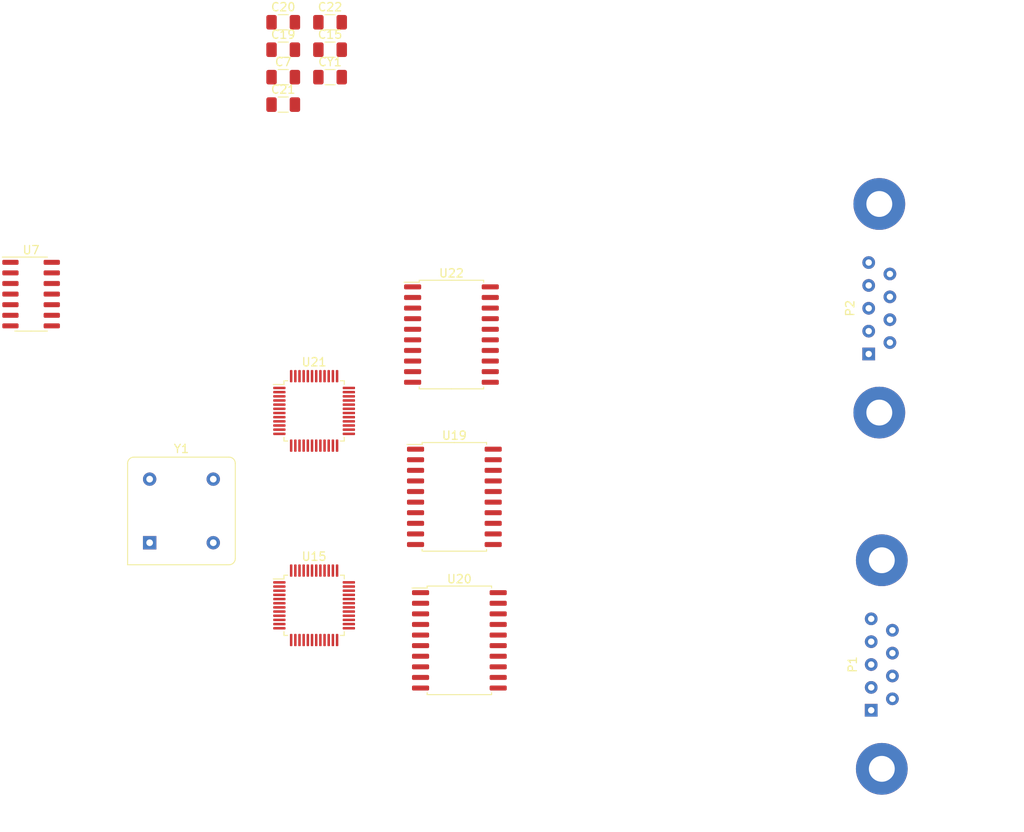
<source format=kicad_pcb>
(kicad_pcb (version 20200829) (generator pcbnew)

  (general
    (thickness 1.6)
  )

  (paper "A4")
  (layers
    (0 "F.Cu" signal)
    (31 "B.Cu" signal)
    (32 "B.Adhes" user)
    (33 "F.Adhes" user)
    (34 "B.Paste" user)
    (35 "F.Paste" user)
    (36 "B.SilkS" user)
    (37 "F.SilkS" user)
    (38 "B.Mask" user)
    (39 "F.Mask" user)
    (40 "Dwgs.User" user)
    (41 "Cmts.User" user)
    (42 "Eco1.User" user)
    (43 "Eco2.User" user)
    (44 "Edge.Cuts" user)
    (45 "Margin" user)
    (46 "B.CrtYd" user)
    (47 "F.CrtYd" user)
    (48 "B.Fab" user)
    (49 "F.Fab" user)
  )

  (setup
    (pcbplotparams
      (layerselection 0x010fc_ffffffff)
      (usegerberextensions false)
      (usegerberattributes true)
      (usegerberadvancedattributes true)
      (creategerberjobfile true)
      (svguseinch false)
      (svgprecision 6)
      (excludeedgelayer true)
      (linewidth 0.100000)
      (plotframeref false)
      (viasonmask false)
      (mode 1)
      (useauxorigin false)
      (hpglpennumber 1)
      (hpglpenspeed 20)
      (hpglpendiameter 15.000000)
      (psnegative false)
      (psa4output false)
      (plotreference true)
      (plotvalue true)
      (plotinvisibletext false)
      (sketchpadsonfab false)
      (subtractmaskfromsilk false)
      (outputformat 1)
      (mirror false)
      (drillshape 1)
      (scaleselection 1)
      (outputdirectory "")
    )
  )


  (net 0 "")
  (net 1 "Net-(U21-Pad40)")
  (net 2 "Net-(U21-Pad39)")
  (net 3 "Net-(U21-Pad34)")
  (net 4 "Net-(U21-Pad33)")
  (net 5 "Net-(U21-Pad31)")
  (net 6 "Net-(U21-Pad30)")
  (net 7 "Net-(U21-Pad29)")
  (net 8 "Net-(U21-Pad23)")
  (net 9 "Net-(U21-Pad22)")
  (net 10 "Net-(U21-Pad15)")
  (net 11 "Net-(U21-Pad12)")
  (net 12 "Net-(U21-Pad11)")
  (net 13 "Net-(U21-Pad8)")
  (net 14 "Net-(U21-Pad7)")
  (net 15 "Net-(U21-Pad41)")
  (net 16 "Net-(U15-Pad41)")
  (net 17 "Net-(U15-Pad40)")
  (net 18 "Net-(U15-Pad39)")
  (net 19 "Net-(U15-Pad38)")
  (net 20 "Net-(U15-Pad34)")
  (net 21 "Net-(U15-Pad33)")
  (net 22 "Net-(U15-Pad32)")
  (net 23 "Net-(U15-Pad31)")
  (net 24 "Net-(U15-Pad30)")
  (net 25 "Net-(U15-Pad29)")
  (net 26 "Net-(U15-Pad23)")
  (net 27 "Net-(U15-Pad22)")
  (net 28 "Net-(U15-Pad15)")
  (net 29 "Net-(U15-Pad12)")
  (net 30 "Net-(U15-Pad11)")
  (net 31 "Net-(U15-Pad8)")
  (net 32 "Net-(U15-Pad7)")
  (net 33 "Net-(P2-Pad9)")
  (net 34 "Net-(P2-Pad8)")
  (net 35 "Net-(U22-Pad14)")
  (net 36 "Net-(U22-Pad13)")
  (net 37 "Net-(U22-Pad12)")
  (net 38 "Net-(U22-Pad11)")
  (net 39 "Net-(U22-Pad10)")
  (net 40 "Net-(U22-Pad8)")
  (net 41 "Net-(P2-Pad7)")
  (net 42 "Net-(P2-Pad6)")
  (net 43 "VCC")
  (net 44 "GND")
  (net 45 "Net-(P2-Pad4)")
  (net 46 "Net-(U19-Pad14)")
  (net 47 "Net-(U19-Pad13)")
  (net 48 "Net-(U19-Pad12)")
  (net 49 "Net-(U19-Pad11)")
  (net 50 "Net-(U19-Pad10)")
  (net 51 "Net-(U19-Pad8)")
  (net 52 "Net-(P2-Pad3)")
  (net 53 "Net-(U19-Pad3)")
  (net 54 "Net-(U19-Pad1)")
  (net 55 "Net-(P2-Pad2)")
  (net 56 "Net-(P2-Pad1)")
  (net 57 "Net-(P1-Pad9)")
  (net 58 "Net-(P1-Pad8)")
  (net 59 "Net-(P1-Pad7)")
  (net 60 "Net-(P1-Pad6)")
  (net 61 "Net-(P1-Pad4)")
  (net 62 "Net-(P1-Pad3)")
  (net 63 "Net-(P1-Pad2)")
  (net 64 "Net-(P1-Pad1)")
  (net 65 "Net-(U20-Pad14)")
  (net 66 "Net-(U20-Pad13)")
  (net 67 "Net-(U20-Pad12)")
  (net 68 "Net-(U20-Pad11)")
  (net 69 "Net-(U20-Pad10)")
  (net 70 "Net-(U20-Pad8)")
  (net 71 "Net-(U7-Pad12)")
  (net 72 "_IRQ3")
  (net 73 "_RESET")
  (net 74 "/UARTS/RESET")
  (net 75 "_IRQ2")
  (net 76 "Net-(U7-Pad4)")
  (net 77 "Net-(U7-Pad3)")
  (net 78 "Net-(U7-Pad1)")
  (net 79 "/UARTS/DBUS5")
  (net 80 "/UARTS/DBUS6")
  (net 81 "/UARTS/DBUS7")
  (net 82 "/UARTS/UART_CLK")
  (net 83 "_WR")
  (net 84 "_RD")
  (net 85 "/UARTS/A19")
  (net 86 "/UARTS/A20")
  (net 87 "/UARTS/A21")
  (net 88 "/UARTS/DBUS0")
  (net 89 "/UARTS/DBUS1")
  (net 90 "/UARTS/DBUS2")
  (net 91 "/UARTS/DBUS3")
  (net 92 "/UARTS/DBUS4")
  (net 93 "Net-(U7-Pad13)")
  (net 94 "Net-(U7-Pad2)")

  (module "Oscillator:Oscillator_DIP-8" (layer "F.Cu") (tedit 58CD3344) (tstamp 0457c26d-b40c-41ac-ab7d-6029f7bc544d)
    (at 38.1 -6.3)
    (descr "Oscillator, DIP8,http://cdn-reichelt.de/documents/datenblatt/B400/OSZI.pdf")
    (tags "oscillator")
    (property "Digikey" "110-MXO45HS-3C-1M843200-ND ")
    (property "Sheet file" "UARTS.kicad_sch")
    (property "Sheet name" "UARTS")
    (path "/a345e54b-f11a-4778-ba1f-21d61f053a99/439ef379-74a3-4616-af5e-d878550770ac")
    (attr through_hole)
    (fp_text reference "Y1" (at 3.81 -11.26) (layer "F.SilkS")
      (effects (font (size 1 1) (thickness 0.15)))
      (tstamp fa161845-30e2-4892-95eb-e21d33c94b1f)
    )
    (fp_text value "1.8432MHz" (at 3.81 3.74) (layer "F.Fab")
      (effects (font (size 1 1) (thickness 0.15)))
      (tstamp 853e6c54-685a-4195-9c7c-eecd04675698)
    )
    (fp_text user "${REFERENCE}" (at 3.81 -3.81) (layer "F.Fab")
      (effects (font (size 1 1) (thickness 0.15)))
      (tstamp 9e8e5802-4792-438f-92f4-d69caab5db9b)
    )
    (fp_line (start -2.64 -9.51) (end -2.64 2.64) (layer "F.SilkS") (width 0.12) (tstamp 00d8892e-30c2-4a71-947a-53badea8fab2))
    (fp_line (start -2.64 2.64) (end 9.51 2.64) (layer "F.SilkS") (width 0.12) (tstamp 562c364f-47d0-4216-afe7-bb965bf109cc))
    (fp_line (start 10.26 1.89) (end 10.26 -9.51) (layer "F.SilkS") (width 0.12) (tstamp 99051af5-137c-4eaa-8b40-eeb68f171dea))
    (fp_line (start 9.51 -10.26) (end -1.89 -10.26) (layer "F.SilkS") (width 0.12) (tstamp f9c8eca5-cef5-4adb-b9e4-3c0fe019d6ed))
    (fp_arc (start 9.51 1.89) (end 10.26 1.89) (angle 90) (layer "F.SilkS") (width 0.12) (tstamp 17b8c49d-20a1-4afb-9f12-616a607205f2))
    (fp_arc (start 9.51 -9.51) (end 9.51 -10.26) (angle 90) (layer "F.SilkS") (width 0.12) (tstamp 6bc714e9-7179-4c97-8c3f-55a192099d7f))
    (fp_arc (start -1.89 -9.51) (end -2.64 -9.51) (angle 90) (layer "F.SilkS") (width 0.12) (tstamp b08d0bf6-c66f-4475-8133-b1c6ec6d13c3))
    (fp_line (start 10.41 -10.41) (end -2.79 -10.41) (layer "F.CrtYd") (width 0.05) (tstamp 0edde443-c2bb-469b-9d94-85929e9bd927))
    (fp_line (start -2.79 2.79) (end 10.41 2.79) (layer "F.CrtYd") (width 0.05) (tstamp 825a3c95-aa4e-4995-ac1b-019f34c8aa19))
    (fp_line (start -2.79 -10.41) (end -2.79 2.79) (layer "F.CrtYd") (width 0.05) (tstamp 8316d9c2-b9df-4d28-996f-8ba36229510b))
    (fp_line (start 10.41 2.79) (end 10.41 -10.41) (layer "F.CrtYd") (width 0.05) (tstamp ce4638cd-2a4d-46e7-ba3c-41d80e005e30))
    (fp_line (start -1.19 -9.16) (end 8.81 -9.16) (layer "F.Fab") (width 0.1) (tstamp 050643e9-2345-4ac5-a43b-58667214c232))
    (fp_line (start -1.54 1.54) (end 8.81 1.54) (layer "F.Fab") (width 0.1) (tstamp 1a67a0fb-62fb-4e15-80e4-3be7be1becff))
    (fp_line (start -2.54 2.54) (end -2.54 -9.51) (layer "F.Fab") (width 0.1) (tstamp 2edf38f6-6ca3-4c35-b115-c11555fc9f9a))
    (fp_line (start -2.54 2.54) (end 9.51 2.54) (layer "F.Fab") (width 0.1) (tstamp 4cbf4f1b-7c36-440e-9443-5ef28a3b4f85))
    (fp_line (start -1.89 -10.16) (end 9.51 -10.16) (layer "F.Fab") (width 0.1) (tstamp 84948020-cad0-425c-8b9a-7d4e813ef1a7))
    (fp_line (start 9.16 1.19) (end 9.16 -8.81) (layer "F.Fab") (width 0.1) (tstamp 9186bac4-3678-47ac-ad69-511ef4c49849))
    (fp_line (start -1.54 1.54) (end -1.54 -8.81) (layer "F.Fab") (width 0.1) (tstamp a97b6b23-cbd8-406b-b12d-5da9a8dd9328))
    (fp_line (start 10.16 -9.51) (end 10.16 1.89) (layer "F.Fab") (width 0.1) (tstamp f79dcce8-9cf0-4697-8ea6-a0d499f8ea46))
    (fp_arc (start -1.89 -9.51) (end -2.54 -9.51) (angle 90) (layer "F.Fab") (width 0.1) (tstamp 3b3ac170-fae9-4fc1-85a9-5f01fef5aec8))
    (fp_arc (start -1.19 -8.81) (end -1.54 -8.81) (angle 90) (layer "F.Fab") (width 0.1) (tstamp 4999d123-db26-48d6-a270-55ea5a777857))
    (fp_arc (start 9.51 -9.51) (end 9.51 -10.16) (angle 90) (layer "F.Fab") (width 0.1) (tstamp 646a91dd-f380-41d2-b42b-df7dfce9a2f4))
    (fp_arc (start 8.81 -8.81) (end 8.81 -9.16) (angle 90) (layer "F.Fab") (width 0.1) (tstamp 9c2bdf88-c5d5-4a19-8198-cc1d9f10061b))
    (fp_arc (start 9.51 1.89) (end 10.16 1.89) (angle 90) (layer "F.Fab") (width 0.1) (tstamp aa41f828-499a-433a-b49d-18610fe00490))
    (fp_arc (start 8.81 1.19) (end 9.16 1.19) (angle 90) (layer "F.Fab") (width 0.1) (tstamp b4a8ff08-f545-472e-ab32-62318f4d31f2))
    (pad "1" thru_hole rect (at 0 0) (size 1.6 1.6) (drill 0.8) (layers *.Cu *.Mask)
      (net 43 "VCC") (pinfunction "EN") (tstamp 89d67da6-70ec-4f21-9534-1784469306af))
    (pad "4" thru_hole circle (at 7.62 0) (size 1.6 1.6) (drill 0.8) (layers *.Cu *.Mask)
      (net 44 "GND") (pinfunction "GND") (tstamp 1f5284c0-9e96-44f1-95cf-29f538dbbad6))
    (pad "5" thru_hole circle (at 7.62 -7.62) (size 1.6 1.6) (drill 0.8) (layers *.Cu *.Mask)
      (net 82 "/UARTS/UART_CLK") (pinfunction "OUT") (tstamp 4e3db727-9e34-4016-8066-8762c2a66c87))
    (pad "8" thru_hole circle (at 0 -7.62) (size 1.6 1.6) (drill 0.8) (layers *.Cu *.Mask)
      (net 43 "VCC") (pinfunction "Vcc") (tstamp 593a5859-872b-4fb6-8f23-5c99bc8cd916))
    (model "${KISYS3DMOD}/Oscillator.3dshapes/Oscillator_DIP-8.wrl"
      (offset (xyz 0 0 0))
      (scale (xyz 1 1 1))
      (rotate (xyz 0 0 0))
    )
  )

  (module "Package_SO:SOIC-20W_7.5x12.8mm_P1.27mm" (layer "F.Cu") (tedit 5D9F72B1) (tstamp 0c370b90-544f-46b2-a3cf-ed4b4eed6cce)
    (at 74.6 -11.8)
    (descr "SOIC, 20 Pin (JEDEC MS-013AC, https://www.analog.com/media/en/package-pcb-resources/package/233848rw_20.pdf), generated with kicad-footprint-generator ipc_gullwing_generator.py")
    (tags "SOIC SO")
    (property "Digikey" "MAX233AEWP+TG36CT-ND")
    (property "Sheet file" "UARTS.kicad_sch")
    (property "Sheet name" "UARTS")
    (path "/a345e54b-f11a-4778-ba1f-21d61f053a99/d94ad785-7e70-4d2d-98bb-a9125d420ca5")
    (attr smd)
    (fp_text reference "U19" (at 0 -7.35) (layer "F.SilkS")
      (effects (font (size 1 1) (thickness 0.15)))
      (tstamp c8bbd7b6-b6af-4c61-928e-24612381e7c9)
    )
    (fp_text value "MAX233A" (at 0 7.35) (layer "F.Fab")
      (effects (font (size 1 1) (thickness 0.15)))
      (tstamp ece091d5-820e-426c-9a0e-561908b0f519)
    )
    (fp_text user "${REFERENCE}" (at 0 0) (layer "F.Fab")
      (effects (font (size 1 1) (thickness 0.15)))
      (tstamp 36c44b72-efc8-47c1-bd2a-61142810bea7)
    )
    (fp_line (start -3.86 6.51) (end -3.86 6.275) (layer "F.SilkS") (width 0.12) (tstamp 0cdcb7e6-12f7-497f-8764-9702f8e130eb))
    (fp_line (start 3.86 -6.51) (end 3.86 -6.275) (layer "F.SilkS") (width 0.12) (tstamp 22022c28-909f-4edb-bd58-f65e37540ce0))
    (fp_line (start 0 6.51) (end -3.86 6.51) (layer "F.SilkS") (width 0.12) (tstamp 3673a299-0805-4112-815e-72a9cd334f7b))
    (fp_line (start 0 6.51) (end 3.86 6.51) (layer "F.SilkS") (width 0.12) (tstamp 58dbb769-2390-4626-b609-926383314fd4))
    (fp_line (start -3.86 -6.51) (end -3.86 -6.275) (layer "F.SilkS") (width 0.12) (tstamp e823123f-86de-47f8-96a4-28884542dbdc))
    (fp_line (start 0 -6.51) (end -3.86 -6.51) (layer "F.SilkS") (width 0.12) (tstamp ee74684c-0d84-44bc-88b4-0dca03544bb5))
    (fp_line (start -3.86 -6.275) (end -5.675 -6.275) (layer "F.SilkS") (width 0.12) (tstamp f048e40d-2071-4f81-b77f-bcc0ce3aff27))
    (fp_line (start 0 -6.51) (end 3.86 -6.51) (layer "F.SilkS") (width 0.12) (tstamp f428262f-eb16-4db7-8109-26ac0927aec1))
    (fp_line (start 3.86 6.51) (end 3.86 6.275) (layer "F.SilkS") (width 0.12) (tstamp fb47758a-8024-4990-ac19-2e89c4f4d099))
    (fp_line (start 5.93 -6.65) (end -5.93 -6.65) (layer "F.CrtYd") (width 0.05) (tstamp 07aee92f-c29a-4fce-b484-d1aaaf301b9c))
    (fp_line (start -5.93 6.65) (end 5.93 6.65) (layer "F.CrtYd") (width 0.05) (tstamp 140b9b73-7195-416a-8b60-84b38afc9067))
    (fp_line (start 5.93 6.65) (end 5.93 -6.65) (layer "F.CrtYd") (width 0.05) (tstamp 51a1c2cb-9898-4591-9a21-b1c511c762e6))
    (fp_line (start -5.93 -6.65) (end -5.93 6.65) (layer "F.CrtYd") (width 0.05) (tstamp 6ba0e481-b02e-4455-8a45-3665d31b003c))
    (fp_line (start -2.75 -6.4) (end 3.75 -6.4) (layer "F.Fab") (width 0.1) (tstamp 101bca30-c425-4430-ad07-e74acc24a18a))
    (fp_line (start -3.75 6.4) (end -3.75 -5.4) (layer "F.Fab") (width 0.1) (tstamp 7d0ffe7c-d982-4b18-a876-6e0d59b8fadc))
    (fp_line (start 3.75 -6.4) (end 3.75 6.4) (layer "F.Fab") (width 0.1) (tstamp 89494958-5ee5-40b8-a707-1d9a56021f1c))
    (fp_line (start 3.75 6.4) (end -3.75 6.4) (layer "F.Fab") (width 0.1) (tstamp 9a713dce-1a27-4d53-9074-1dba5ca64876))
    (fp_line (start -3.75 -5.4) (end -2.75 -6.4) (layer "F.Fab") (width 0.1) (tstamp bfba3e23-4919-48b3-bec0-582b95fa805c))
    (pad "1" smd roundrect (at -4.65 -5.715) (size 2.05 0.6) (layers "F.Cu" "F.Paste" "F.Mask") (roundrect_rratio 0.25)
      (net 54 "Net-(U19-Pad1)") (pinfunction "T2IN") (tstamp 6d15a791-5425-4960-be9b-3b49e11c7595))
    (pad "2" smd roundrect (at -4.65 -4.445) (size 2.05 0.6) (layers "F.Cu" "F.Paste" "F.Mask") (roundrect_rratio 0.25)
      (net 22 "Net-(U15-Pad32)") (pinfunction "T1IN") (tstamp 0699a7a5-c90a-44cb-b43a-084e698eca4a))
    (pad "3" smd roundrect (at -4.65 -3.175) (size 2.05 0.6) (layers "F.Cu" "F.Paste" "F.Mask") (roundrect_rratio 0.25)
      (net 53 "Net-(U19-Pad3)") (pinfunction "R1OUT") (tstamp 2cb735e0-2af2-41ac-9367-fb600351bd4f))
    (pad "4" smd roundrect (at -4.65 -1.905) (size 2.05 0.6) (layers "F.Cu" "F.Paste" "F.Mask") (roundrect_rratio 0.25)
      (net 34 "Net-(P2-Pad8)") (pinfunction "R1IN") (tstamp a368b11e-c930-4183-874b-2b989667c122))
    (pad "5" smd roundrect (at -4.65 -0.635) (size 2.05 0.6) (layers "F.Cu" "F.Paste" "F.Mask") (roundrect_rratio 0.25)
      (net 59 "Net-(P1-Pad7)") (pinfunction "T1OUT") (tstamp ede709e9-f943-459b-99b2-190125c35ecc))
    (pad "6" smd roundrect (at -4.65 0.635) (size 2.05 0.6) (layers "F.Cu" "F.Paste" "F.Mask") (roundrect_rratio 0.25)
      (net 44 "GND") (pinfunction "GND") (tstamp 49575862-59b9-4300-9c5d-9d525b8f7430))
    (pad "7" smd roundrect (at -4.65 1.905) (size 2.05 0.6) (layers "F.Cu" "F.Paste" "F.Mask") (roundrect_rratio 0.25)
      (net 43 "VCC") (pinfunction "Vcc") (tstamp a9c079ba-82a2-4e04-8448-d0263b839b5c))
    (pad "8" smd roundrect (at -4.65 3.175) (size 2.05 0.6) (layers "F.Cu" "F.Paste" "F.Mask") (roundrect_rratio 0.25)
      (net 51 "Net-(U19-Pad8)") (pinfunction "V+") (tstamp bf46dc56-425c-4e6a-ba59-15e0bce1d637))
    (pad "9" smd roundrect (at -4.65 4.445) (size 2.05 0.6) (layers "F.Cu" "F.Paste" "F.Mask") (roundrect_rratio 0.25)
      (net 44 "GND") (pinfunction "GND") (tstamp 4302dd8a-da1f-4b09-971b-a2130d208b20))
    (pad "10" smd roundrect (at -4.65 5.715) (size 2.05 0.6) (layers "F.Cu" "F.Paste" "F.Mask") (roundrect_rratio 0.25)
      (net 50 "Net-(U19-Pad10)") (pinfunction "V-") (tstamp 2b16bda7-2dd9-420d-9644-771da304bf27))
    (pad "11" smd roundrect (at 4.65 5.715) (size 2.05 0.6) (layers "F.Cu" "F.Paste" "F.Mask") (roundrect_rratio 0.25)
      (net 49 "Net-(U19-Pad11)") (pinfunction "CS-") (tstamp 70276494-2325-4820-afff-91459a5d1d60))
    (pad "12" smd roundrect (at 4.65 4.445) (size 2.05 0.6) (layers "F.Cu" "F.Paste" "F.Mask") (roundrect_rratio 0.25)
      (net 48 "Net-(U19-Pad12)") (pinfunction "C2+") (tstamp 9cf50178-a2e9-4e31-83b0-cfd78744efd7))
    (pad "13" smd roundrect (at 4.65 3.175) (size 2.05 0.6) (layers "F.Cu" "F.Paste" "F.Mask") (roundrect_rratio 0.25)
      (net 47 "Net-(U19-Pad13)") (pinfunction "C1+") (tstamp 3eb366cb-e544-4928-b388-fbffaa2b4f8e))
    (pad "14" smd roundrect (at 4.65 1.905) (size 2.05 0.6) (layers "F.Cu" "F.Paste" "F.Mask") (roundrect_rratio 0.25)
      (net 46 "Net-(U19-Pad14)") (pinfunction "C1-") (tstamp 3b4b0dd1-0d30-4858-ae64-26867af76839))
    (pad "15" smd roundrect (at 4.65 0.635) (size 2.05 0.6) (layers "F.Cu" "F.Paste" "F.Mask") (roundrect_rratio 0.25)
      (net 48 "Net-(U19-Pad12)") (pinfunction "C2+") (tstamp d67d8a7f-1916-454d-be8f-3930f2e81cb2))
    (pad "16" smd roundrect (at 4.65 -0.635) (size 2.05 0.6) (layers "F.Cu" "F.Paste" "F.Mask") (roundrect_rratio 0.25)
      (net 49 "Net-(U19-Pad11)") (pinfunction "C2-") (tstamp 35a53982-d9d9-4468-b91d-b6411e7f6d03))
    (pad "17" smd roundrect (at 4.65 -1.905) (size 2.05 0.6) (layers "F.Cu" "F.Paste" "F.Mask") (roundrect_rratio 0.25)
      (net 50 "Net-(U19-Pad10)") (pinfunction "V-") (tstamp 9debcbac-5051-47e3-a659-41c81294b559))
    (pad "18" smd roundrect (at 4.65 -3.175) (size 2.05 0.6) (layers "F.Cu" "F.Paste" "F.Mask") (roundrect_rratio 0.25)
      (net 41 "Net-(P2-Pad7)") (pinfunction "T2OUT") (tstamp 72e4b5e3-0db3-44c6-ae8c-a173f49df2b9))
    (pad "19" smd roundrect (at 4.65 -4.445) (size 2.05 0.6) (layers "F.Cu" "F.Paste" "F.Mask") (roundrect_rratio 0.25)
      (net 58 "Net-(P1-Pad8)") (pinfunction "R2IN") (tstamp c3107255-5840-4923-98ca-0caa51294d25))
    (pad "20" smd roundrect (at 4.65 -5.715) (size 2.05 0.6) (layers "F.Cu" "F.Paste" "F.Mask") (roundrect_rratio 0.25)
      (net 19 "Net-(U15-Pad38)") (pinfunction "R2OUT") (tstamp 6431b06a-bdf2-4a78-a03d-8274b5fc83b6))
    (model "${KISYS3DMOD}/Package_SO.3dshapes/SOIC-20W_7.5x12.8mm_P1.27mm.wrl"
      (offset (xyz 0 0 0))
      (scale (xyz 1 1 1))
      (rotate (xyz 0 0 0))
    )
  )

  (module "Capacitor_SMD:C_1206_3216Metric" (layer "F.Cu") (tedit 5B301BBE) (tstamp 10825c03-a3f5-4fcf-8988-addbac44c643)
    (at 59.71 -68.68)
    (descr "Capacitor SMD 1206 (3216 Metric), square (rectangular) end terminal, IPC_7351 nominal, (Body size source: http://www.tortai-tech.com/upload/download/2011102023233369053.pdf), generated with kicad-footprint-generator")
    (tags "capacitor")
    (property "Sheet file" "UARTS.kicad_sch")
    (property "Sheet name" "UARTS")
    (path "/a345e54b-f11a-4778-ba1f-21d61f053a99/2dbbc573-1964-4882-9679-5b923503e125")
    (attr smd)
    (fp_text reference "C22" (at 0 -1.82) (layer "F.SilkS")
      (effects (font (size 1 1) (thickness 0.15)))
      (tstamp 1477f8cf-2378-40e2-9785-f81352cf7bf6)
    )
    (fp_text value "1µF" (at 0 1.82) (layer "F.Fab")
      (effects (font (size 1 1) (thickness 0.15)))
      (tstamp 52c23c65-d4d6-46a7-91fa-679367fca639)
    )
    (fp_text user "${REFERENCE}" (at 0 0) (layer "F.Fab")
      (effects (font (size 0.8 0.8) (thickness 0.12)))
      (tstamp 30deb855-6a6b-4654-af25-9d66e9389122)
    )
    (fp_line (start -0.602064 -0.91) (end 0.602064 -0.91) (layer "F.SilkS") (width 0.12) (tstamp bdf4adf1-b224-4d3a-80b3-fdc8b696a461))
    (fp_line (start -0.602064 0.91) (end 0.602064 0.91) (layer "F.SilkS") (width 0.12) (tstamp c1e84105-77d5-472c-8dab-288993d3ffda))
    (fp_line (start 2.28 1.12) (end -2.28 1.12) (layer "F.CrtYd") (width 0.05) (tstamp 59040fa8-bb36-4d99-ab47-321ccafd76c4))
    (fp_line (start -2.28 -1.12) (end 2.28 -1.12) (layer "F.CrtYd") (width 0.05) (tstamp 604042e1-6a8f-4d89-83eb-9af073844dc0))
    (fp_line (start -2.28 1.12) (end -2.28 -1.12) (layer "F.CrtYd") (width 0.05) (tstamp 7f1524c8-d936-47fc-90c9-379e701648b6))
    (fp_line (start 2.28 -1.12) (end 2.28 1.12) (layer "F.CrtYd") (width 0.05) (tstamp be41aa4f-2d18-436d-9bb7-d4a052c0f929))
    (fp_line (start -1.6 -0.8) (end 1.6 -0.8) (layer "F.Fab") (width 0.1) (tstamp 177eba90-2254-4e7e-b423-207f74dcbd97))
    (fp_line (start 1.6 0.8) (end -1.6 0.8) (layer "F.Fab") (width 0.1) (tstamp 426f95be-aa66-4854-acc0-f25157057d29))
    (fp_line (start 1.6 -0.8) (end 1.6 0.8) (layer "F.Fab") (width 0.1) (tstamp 6b380830-ffe8-4393-aa45-35160b035a7d))
    (fp_line (start -1.6 0.8) (end -1.6 -0.8) (layer "F.Fab") (width 0.1) (tstamp e4d3c368-71e6-4eb0-8f83-cec59431448c))
    (pad "1" smd roundrect (at -1.4 0) (size 1.25 1.75) (layers "F.Cu" "F.Paste" "F.Mask") (roundrect_rratio 0.2)
      (net 43 "VCC") (tstamp 216ec19f-ccdb-470e-8c43-88e7a2789e70))
    (pad "2" smd roundrect (at 1.4 0) (size 1.25 1.75) (layers "F.Cu" "F.Paste" "F.Mask") (roundrect_rratio 0.2)
      (net 44 "GND") (tstamp eb878543-4c5b-4491-b0fe-5e89f5e32a44))
    (model "${KISYS3DMOD}/Capacitor_SMD.3dshapes/C_1206_3216Metric.wrl"
      (offset (xyz 0 0 0))
      (scale (xyz 1 1 1))
      (rotate (xyz 0 0 0))
    )
  )

  (module "Capacitor_SMD:C_1206_3216Metric" (layer "F.Cu") (tedit 5B301BBE) (tstamp 3f5b721b-df09-48fb-8be1-308f73568b5c)
    (at 54.1 -65.39)
    (descr "Capacitor SMD 1206 (3216 Metric), square (rectangular) end terminal, IPC_7351 nominal, (Body size source: http://www.tortai-tech.com/upload/download/2011102023233369053.pdf), generated with kicad-footprint-generator")
    (tags "capacitor")
    (property "Sheet file" "UARTS.kicad_sch")
    (property "Sheet name" "UARTS")
    (path "/a345e54b-f11a-4778-ba1f-21d61f053a99/0c08fe31-21b5-47db-bea7-9e5059bb2d18")
    (attr smd)
    (fp_text reference "C19" (at 0 -1.82) (layer "F.SilkS")
      (effects (font (size 1 1) (thickness 0.15)))
      (tstamp 61fb1f36-9b85-40bf-9325-2699f8e30d1c)
    )
    (fp_text value "1µF" (at 0 1.82) (layer "F.Fab")
      (effects (font (size 1 1) (thickness 0.15)))
      (tstamp fd797fb3-140b-48c5-9699-e36906fb0bb6)
    )
    (fp_text user "${REFERENCE}" (at 0 0) (layer "F.Fab")
      (effects (font (size 0.8 0.8) (thickness 0.12)))
      (tstamp ca517256-b564-449a-aab8-b7002fa03251)
    )
    (fp_line (start -0.602064 -0.91) (end 0.602064 -0.91) (layer "F.SilkS") (width 0.12) (tstamp 5e16b10f-438b-4f76-a6d5-d19c2b52aa9e))
    (fp_line (start -0.602064 0.91) (end 0.602064 0.91) (layer "F.SilkS") (width 0.12) (tstamp d9860768-b64b-4b0a-9b34-80dd97d6611a))
    (fp_line (start -2.28 -1.12) (end 2.28 -1.12) (layer "F.CrtYd") (width 0.05) (tstamp 10c671d2-61fd-4949-95cc-181b7075a68c))
    (fp_line (start -2.28 1.12) (end -2.28 -1.12) (layer "F.CrtYd") (width 0.05) (tstamp 3bac606d-390b-4869-9ec9-98f0619b3397))
    (fp_line (start 2.28 1.12) (end -2.28 1.12) (layer "F.CrtYd") (width 0.05) (tstamp 3dbfd78b-5e8e-4876-b961-663b7309a8cb))
    (fp_line (start 2.28 -1.12) (end 2.28 1.12) (layer "F.CrtYd") (width 0.05) (tstamp 65e8b6b1-6079-4b48-a1c3-6cb83d1430a0))
    (fp_line (start -1.6 0.8) (end -1.6 -0.8) (layer "F.Fab") (width 0.1) (tstamp 16a3c11d-1a12-4f7f-b708-79e5d1db4bfc))
    (fp_line (start 1.6 -0.8) (end 1.6 0.8) (layer "F.Fab") (width 0.1) (tstamp 66899c5e-7a61-4b1f-b3ea-9de2584d4c1a))
    (fp_line (start 1.6 0.8) (end -1.6 0.8) (layer "F.Fab") (width 0.1) (tstamp 9ccda6c0-a176-4b1f-948b-ad05cc10ac36))
    (fp_line (start -1.6 -0.8) (end 1.6 -0.8) (layer "F.Fab") (width 0.1) (tstamp cee54529-56e4-48d4-a227-ab9f35589fa0))
    (pad "1" smd roundrect (at -1.4 0) (size 1.25 1.75) (layers "F.Cu" "F.Paste" "F.Mask") (roundrect_rratio 0.2)
      (net 43 "VCC") (tstamp d64ad774-0578-48c4-b3c2-af152d96f6c8))
    (pad "2" smd roundrect (at 1.4 0) (size 1.25 1.75) (layers "F.Cu" "F.Paste" "F.Mask") (roundrect_rratio 0.2)
      (net 44 "GND") (tstamp ebebe16b-8705-4970-ae75-d35ef27b5929))
    (model "${KISYS3DMOD}/Capacitor_SMD.3dshapes/C_1206_3216Metric.wrl"
      (offset (xyz 0 0 0))
      (scale (xyz 1 1 1))
      (rotate (xyz 0 0 0))
    )
  )

  (module "Package_QFP:LQFP-48_7x7mm_P0.5mm" (layer "F.Cu") (tedit 5D9F72AF) (tstamp 430768f5-55b9-4115-a22a-77b4bd126c91)
    (at 57.8 -22.1)
    (descr "LQFP, 48 Pin (https://www.analog.com/media/en/technical-documentation/data-sheets/ltc2358-16.pdf), generated with kicad-footprint-generator ipc_gullwing_generator.py")
    (tags "LQFP QFP")
    (property "Device" "UART #0")
    (property "Digikey" "568-2040-ND ")
    (property "Sheet file" "UARTS.kicad_sch")
    (property "Sheet name" "UARTS")
    (path "/a345e54b-f11a-4778-ba1f-21d61f053a99/1e7e98a8-253f-444c-adc8-67936c7570b1")
    (attr smd)
    (fp_text reference "U21" (at 0 -5.85) (layer "F.SilkS")
      (effects (font (size 1 1) (thickness 0.15)))
      (tstamp 7f1d97b5-6a75-4123-b58e-8b057ee4cde3)
    )
    (fp_text value "SC16C550BIB48" (at 0 5.85) (layer "F.Fab")
      (effects (font (size 1 1) (thickness 0.15)))
      (tstamp f9e4e2b3-bba1-4d82-93a8-0d5cdc2a7a4a)
    )
    (fp_text user "${REFERENCE}" (at 0 0) (layer "F.Fab")
      (effects (font (size 1 1) (thickness 0.15)))
      (tstamp f7a9fd75-9f92-4929-bbc4-d25567bcbf6b)
    )
    (fp_line (start -3.61 3.61) (end -3.61 3.16) (layer "F.SilkS") (width 0.12) (tstamp 0b7c4329-db59-4b8c-8149-62961bfb09ac))
    (fp_line (start 3.61 3.61) (end 3.61 3.16) (layer "F.SilkS") (width 0.12) (tstamp 0dce9757-32ee-48dd-a4c9-f2fb97fc33a4))
    (fp_line (start -3.61 -3.16) (end -4.9 -3.16) (layer "F.SilkS") (width 0.12) (tstamp 31acb612-9fed-42ed-adca-24ac3777fea6))
    (fp_line (start -3.16 -3.61) (end -3.61 -3.61) (layer "F.SilkS") (width 0.12) (tstamp 53d9a460-a7a9-4546-87f3-de4734d8ddb0))
    (fp_line (start -3.61 -3.61) (end -3.61 -3.16) (layer "F.SilkS") (width 0.12) (tstamp 6974433c-d584-4fa9-95e9-bb213e5fc757))
    (fp_line (start -3.16 3.61) (end -3.61 3.61) (layer "F.SilkS") (width 0.12) (tstamp 6f4b2f3f-5e31-4e5e-b0df-6c56de24c1f1))
    (fp_line (start 3.16 -3.61) (end 3.61 -3.61) (layer "F.SilkS") (width 0.12) (tstamp da8b4bb3-84fa-4e62-ae8d-14a4961b34e6))
    (fp_line (start 3.16 3.61) (end 3.61 3.61) (layer "F.SilkS") (width 0.12) (tstamp e165dc60-a6d6-4cd8-a33c-929f1510da6f))
    (fp_line (start 3.61 -3.61) (end 3.61 -3.16) (layer "F.SilkS") (width 0.12) (tstamp f5220d58-908f-448d-aec6-3a5cf0fbbb53))
    (fp_line (start 0 5.15) (end 3.15 5.15) (layer "F.CrtYd") (width 0.05) (tstamp 07c7bb83-2f2f-488c-8666-d23d83add1a8))
    (fp_line (start 5.15 -3.15) (end 5.15 0) (layer "F.CrtYd") (width 0.05) (tstamp 1548621b-774e-465f-bed2-c8f79b91a76d))
    (fp_line (start -3.15 -5.15) (end -3.15 -3.75) (layer "F.CrtYd") (width 0.05) (tstamp 1721ab5d-0f5c-4cfc-b2f8-5ab4689b2b44))
    (fp_line (start -3.75 -3.75) (end -3.75 -3.15) (layer "F.CrtYd") (width 0.05) (tstamp 1d89f6a8-a976-4ccf-81dd-32faf1bd6f88))
    (fp_line (start 3.15 3.75) (end 3.75 3.75) (layer "F.CrtYd") (width 0.05) (tstamp 24dfd799-1aec-46eb-9d0c-5485ea24ecb1))
    (fp_line (start -3.15 3.75) (end -3.75 3.75) (layer "F.CrtYd") (width 0.05) (tstamp 2a54759b-150d-488d-8213-b2b4c68c4e6f))
    (fp_line (start 3.15 5.15) (end 3.15 3.75) (layer "F.CrtYd") (width 0.05) (tstamp 46796891-d608-4d9c-a3fd-fba7e1a36b15))
    (fp_line (start -3.75 3.75) (end -3.75 3.15) (layer "F.CrtYd") (width 0.05) (tstamp 543898d2-4f9d-4fb0-ab4b-b246f07ff6bc))
    (fp_line (start 3.75 3.15) (end 5.15 3.15) (layer "F.CrtYd") (width 0.05) (tstamp 5b99ebf5-f8c7-4e37-8498-41992f3ec887))
    (fp_line (start 3.15 -5.15) (end 3.15 -3.75) (layer "F.CrtYd") (width 0.05) (tstamp 5f77c65c-8373-4574-9227-9665b0e2922c))
    (fp_line (start 3.75 -3.75) (end 3.75 -3.15) (layer "F.CrtYd") (width 0.05) (tstamp 6c06ae99-7797-440e-b158-2872747d77c0))
    (fp_line (start -3.75 3.15) (end -5.15 3.15) (layer "F.CrtYd") (width 0.05) (tstamp 7a3f56a1-0ffa-43f9-9a84-3ec3a32c0dd2))
    (fp_line (start 5.15 3.15) (end 5.15 0) (layer "F.CrtYd") (width 0.05) (tstamp 7ce03859-3e71-41f3-bcc0-247055483ad6))
    (fp_line (start -3.15 5.15) (end -3.15 3.75) (layer "F.CrtYd") (width 0.05) (tstamp 7d989567-5f40-4036-ad2f-441c8e1bc855))
    (fp_line (start -5.15 -3.15) (end -5.15 0) (layer "F.CrtYd") (width 0.05) (tstamp 8d34c992-451a-427a-8c52-acf3633d72f9))
    (fp_line (start 3.75 3.75) (end 3.75 3.15) (layer "F.CrtYd") (width 0.05) (tstamp 9b5f98ee-e7aa-427f-8df9-a78f26be9675))
    (fp_line (start 0 5.15) (end -3.15 5.15) (layer "F.CrtYd") (width 0.05) (tstamp 9faac7a7-4205-417f-945a-4b9eaff59063))
    (fp_line (start -3.15 -3.75) (end -3.75 -3.75) (layer "F.CrtYd") (width 0.05) (tstamp a6d31341-a6b8-4693-a47c-141d8e4f5ebe))
    (fp_line (start 0 -5.15) (end -3.15 -5.15) (layer "F.CrtYd") (width 0.05) (tstamp c0fbd732-0b91-45d4-82ee-794ad9ebf0da))
    (fp_line (start -3.75 -3.15) (end -5.15 -3.15) (layer "F.CrtYd") (width 0.05) (tstamp c2a70939-8abf-483b-813c-16e733733541))
    (fp_line (start 0 -5.15) (end 3.15 -5.15) (layer "F.CrtYd") (width 0.05) (tstamp ca03c640-52a1-46e6-b57a-fbff0694f443))
    (fp_line (start 3.15 -3.75) (end 3.75 -3.75) (layer "F.CrtYd") (width 0.05) (tstamp cb73f185-aa19-4248-ad57-0615cea70e46))
    (fp_line (start -5.15 3.15) (end -5.15 0) (layer "F.CrtYd") (width 0.05) (tstamp dc527b79-8f27-4d40-a726-9f43bf40cae7))
    (fp_line (start 3.75 -3.15) (end 5.15 -3.15) (layer "F.CrtYd") (width 0.05) (tstamp eae250a3-c52b-4a84-88b3-b986e14d12d7))
    (fp_line (start 3.5 -3.5) (end 3.5 3.5) (layer "F.Fab") (width 0.1) (tstamp 221bec22-5dd6-46a2-b00c-56e2c1f0f0da))
    (fp_line (start -3.5 3.5) (end -3.5 -2.5) (layer "F.Fab") (width 0.1) (tstamp 62c2e825-aafa-4a6c-ab52-3da052ace201))
    (fp_line (start 3.5 3.5) (end -3.5 3.5) (layer "F.Fab") (width 0.1) (tstamp 8a5d825b-04a8-41ae-a2d2-a6abb2fcf706))
    (fp_line (start -3.5 -2.5) (end -2.5 -3.5) (layer "F.Fab") (width 0.1) (tstamp c8c46a03-4041-4041-9ebf-c8cf56238b12))
    (fp_line (start -2.5 -3.5) (end 3.5 -3.5) (layer "F.Fab") (width 0.1) (tstamp f3c0dd8c-cc39-4269-bcdb-d7b1577a3e6f))
    (pad "1" smd roundrect (at -4.1625 -2.75) (size 1.475 0.3) (layers "F.Cu" "F.Paste" "F.Mask") (roundrect_rratio 0.25) (tstamp 9b921f98-b32a-4654-a1f0-5c815faa869e))
    (pad "2" smd roundrect (at -4.1625 -2.25) (size 1.475 0.3) (layers "F.Cu" "F.Paste" "F.Mask") (roundrect_rratio 0.25)
      (net 79 "/UARTS/DBUS5") (pinfunction "D5") (tstamp ac34cb5f-db29-4a58-a8a2-e795111a31cb))
    (pad "3" smd roundrect (at -4.1625 -1.75) (size 1.475 0.3) (layers "F.Cu" "F.Paste" "F.Mask") (roundrect_rratio 0.25)
      (net 80 "/UARTS/DBUS6") (pinfunction "D6") (tstamp eb393983-5520-4c35-ae51-8fd93aeb1364))
    (pad "4" smd roundrect (at -4.1625 -1.25) (size 1.475 0.3) (layers "F.Cu" "F.Paste" "F.Mask") (roundrect_rratio 0.25)
      (net 81 "/UARTS/DBUS7") (pinfunction "D7") (tstamp 26d2152d-7bbe-4683-9aa9-a6a9ebe04c0a))
    (pad "5" smd roundrect (at -4.1625 -0.75) (size 1.475 0.3) (layers "F.Cu" "F.Paste" "F.Mask") (roundrect_rratio 0.25)
      (net 11 "Net-(U21-Pad12)") (pinfunction "RCLK") (tstamp 7952b7e9-def9-4fbd-be84-bedf46417a4e))
    (pad "6" smd roundrect (at -4.1625 -0.25) (size 1.475 0.3) (layers "F.Cu" "F.Paste" "F.Mask") (roundrect_rratio 0.25) (tstamp 658d3c0e-1157-41e6-84d1-b045a3b99ce9))
    (pad "7" smd roundrect (at -4.1625 0.25) (size 1.475 0.3) (layers "F.Cu" "F.Paste" "F.Mask") (roundrect_rratio 0.25)
      (net 14 "Net-(U21-Pad7)") (pinfunction "RX") (tstamp e3949af5-996d-4b5b-a009-7956e15a202c))
    (pad "8" smd roundrect (at -4.1625 0.75) (size 1.475 0.3) (layers "F.Cu" "F.Paste" "F.Mask") (roundrect_rratio 0.25)
      (net 13 "Net-(U21-Pad8)") (pinfunction "TX") (tstamp f471f2fa-80a2-49bf-85c2-41e70d863f05))
    (pad "9" smd roundrect (at -4.1625 1.25) (size 1.475 0.3) (layers "F.Cu" "F.Paste" "F.Mask") (roundrect_rratio 0.25)
      (net 43 "VCC") (pinfunction "CS0") (tstamp a837e4d2-1db7-44a2-bcd4-9eb4deac8550))
    (pad "10" smd roundrect (at -4.1625 1.75) (size 1.475 0.3) (layers "F.Cu" "F.Paste" "F.Mask") (roundrect_rratio 0.25)
      (net 43 "VCC") (pinfunction "CS1") (tstamp 995ba662-c874-431c-92fa-63b06eb2c405))
    (pad "11" smd roundrect (at -4.1625 2.25) (size 1.475 0.3) (layers "F.Cu" "F.Paste" "F.Mask") (roundrect_rratio 0.25)
      (net 12 "Net-(U21-Pad11)") (pinfunction "~CS2~") (tstamp dbde0544-4e18-447d-a428-ad00e71c0eeb))
    (pad "12" smd roundrect (at -4.1625 2.75) (size 1.475 0.3) (layers "F.Cu" "F.Paste" "F.Mask") (roundrect_rratio 0.25)
      (net 11 "Net-(U21-Pad12)") (pinfunction "~BAUDOUT~") (tstamp 16c52dfd-7ae7-42d8-a6a1-be041c02e645))
    (pad "13" smd roundrect (at -2.75 4.1625) (size 0.3 1.475) (layers "F.Cu" "F.Paste" "F.Mask") (roundrect_rratio 0.25) (tstamp 94ea22e4-848d-44e7-bf6d-e807b9e16be3))
    (pad "14" smd roundrect (at -2.25 4.1625) (size 0.3 1.475) (layers "F.Cu" "F.Paste" "F.Mask") (roundrect_rratio 0.25)
      (net 82 "/UARTS/UART_CLK") (pinfunction "XTAL1") (tstamp ea907209-6c2a-4489-afbb-172ff6de60aa))
    (pad "15" smd roundrect (at -1.75 4.1625) (size 0.3 1.475) (layers "F.Cu" "F.Paste" "F.Mask") (roundrect_rratio 0.25)
      (net 10 "Net-(U21-Pad15)") (pinfunction "XTAL2") (tstamp 8e0ab8de-e271-4326-b98b-a639259f4103))
    (pad "16" smd roundrect (at -1.25 4.1625) (size 0.3 1.475) (layers "F.Cu" "F.Paste" "F.Mask") (roundrect_rratio 0.25)
      (net 83 "_WR") (pinfunction "~IOW~") (tstamp 13d9423d-43c0-43dc-846a-519935f5fc59))
    (pad "17" smd roundrect (at -0.75 4.1625) (size 0.3 1.475) (layers "F.Cu" "F.Paste" "F.Mask") (roundrect_rratio 0.25)
      (net 44 "GND") (pinfunction "IOW") (tstamp ece4b437-284f-4f4c-acf4-caee15ebd793))
    (pad "18" smd roundrect (at -0.25 4.1625) (size 0.3 1.475) (layers "F.Cu" "F.Paste" "F.Mask") (roundrect_rratio 0.25)
      (net 44 "GND") (pinfunction "Vss") (tstamp f4b30b5b-94c2-4172-8bb6-bd3b5f913179))
    (pad "19" smd roundrect (at 0.25 4.1625) (size 0.3 1.475) (layers "F.Cu" "F.Paste" "F.Mask") (roundrect_rratio 0.25)
      (net 84 "_RD") (pinfunction "~IOR~") (tstamp 0d7bdd8c-56a5-48a4-b126-ccb7ff3e3caa))
    (pad "20" smd roundrect (at 0.75 4.1625) (size 0.3 1.475) (layers "F.Cu" "F.Paste" "F.Mask") (roundrect_rratio 0.25)
      (net 44 "GND") (pinfunction "IOR") (tstamp f29494b2-34ac-4228-b891-d0756e78797b))
    (pad "21" smd roundrect (at 1.25 4.1625) (size 0.3 1.475) (layers "F.Cu" "F.Paste" "F.Mask") (roundrect_rratio 0.25) (tstamp 29e17b90-b5c5-4609-902d-479a8e8299d5))
    (pad "22" smd roundrect (at 1.75 4.1625) (size 0.3 1.475) (layers "F.Cu" "F.Paste" "F.Mask") (roundrect_rratio 0.25)
      (net 9 "Net-(U21-Pad22)") (pinfunction "~DDIS~") (tstamp 35706bdb-238a-4c22-8cf4-9891d02f22d8))
    (pad "23" smd roundrect (at 2.25 4.1625) (size 0.3 1.475) (layers "F.Cu" "F.Paste" "F.Mask") (roundrect_rratio 0.25)
      (net 8 "Net-(U21-Pad23)") (pinfunction "~TXRDY~") (tstamp aae7782b-07ff-4d03-b7e1-532061d2da0b))
    (pad "24" smd roundrect (at 2.75 4.1625) (size 0.3 1.475) (layers "F.Cu" "F.Paste" "F.Mask") (roundrect_rratio 0.25)
      (net 44 "GND") (pinfunction "~AS~") (tstamp bd4eb6d5-cf36-4524-9733-2afa30251657))
    (pad "25" smd roundrect (at 4.1625 2.75) (size 1.475 0.3) (layers "F.Cu" "F.Paste" "F.Mask") (roundrect_rratio 0.25) (tstamp 96abf65d-8aa0-400b-9892-530bcbcb5d7f))
    (pad "26" smd roundrect (at 4.1625 2.25) (size 1.475 0.3) (layers "F.Cu" "F.Paste" "F.Mask") (roundrect_rratio 0.25)
      (net 85 "/UARTS/A19") (pinfunction "A2") (tstamp 9dfa2344-4217-41dd-afb5-bf41e64562fb))
    (pad "27" smd roundrect (at 4.1625 1.75) (size 1.475 0.3) (layers "F.Cu" "F.Paste" "F.Mask") (roundrect_rratio 0.25)
      (net 86 "/UARTS/A20") (pinfunction "A1") (tstamp 9f518212-f401-4d44-a8e4-e6866f3a3c23))
    (pad "28" smd roundrect (at 4.1625 1.25) (size 1.475 0.3) (layers "F.Cu" "F.Paste" "F.Mask") (roundrect_rratio 0.25)
      (net 87 "/UARTS/A21") (pinfunction "A0") (tstamp 09d3eca9-816a-4f2a-bb77-f6ab8a102de1))
    (pad "29" smd roundrect (at 4.1625 0.75) (size 1.475 0.3) (layers "F.Cu" "F.Paste" "F.Mask") (roundrect_rratio 0.25)
      (net 7 "Net-(U21-Pad29)") (pinfunction "~RXRDY~") (tstamp 46ae314c-0134-4d08-ac1c-c0d1a451a9e2))
    (pad "30" smd roundrect (at 4.1625 0.25) (size 1.475 0.3) (layers "F.Cu" "F.Paste" "F.Mask") (roundrect_rratio 0.25)
      (net 6 "Net-(U21-Pad30)") (pinfunction "INT") (tstamp 2e3aeef1-f4ec-483a-a0bd-bec10ec14c36))
    (pad "31" smd roundrect (at 4.1625 -0.25) (size 1.475 0.3) (layers "F.Cu" "F.Paste" "F.Mask") (roundrect_rratio 0.25)
      (net 5 "Net-(U21-Pad31)") (pinfunction "~OUT2~") (tstamp 6be2a470-c750-48df-959c-dfe8573532ae))
    (pad "32" smd roundrect (at 4.1625 -0.75) (size 1.475 0.3) (layers "F.Cu" "F.Paste" "F.Mask") (roundrect_rratio 0.25)
      (net 54 "Net-(U19-Pad1)") (pinfunction "~RTS~") (tstamp a5dc1918-7c82-4e5c-97f3-f47cc2623ac7))
    (pad "33" smd roundrect (at 4.1625 -1.25) (size 1.475 0.3) (layers "F.Cu" "F.Paste" "F.Mask") (roundrect_rratio 0.25)
      (net 4 "Net-(U21-Pad33)") (pinfunction "~DTR~") (tstamp f9346af0-01f7-46af-a05e-f427ed6700be))
    (pad "34" smd roundrect (at 4.1625 -1.75) (size 1.475 0.3) (layers "F.Cu" "F.Paste" "F.Mask") (roundrect_rratio 0.25)
      (net 3 "Net-(U21-Pad34)") (pinfunction "~OUT1~") (tstamp e991e8e3-7fe0-4d11-aed4-aae2fb76b47a))
    (pad "35" smd roundrect (at 4.1625 -2.25) (size 1.475 0.3) (layers "F.Cu" "F.Paste" "F.Mask") (roundrect_rratio 0.25)
      (net 74 "/UARTS/RESET") (pinfunction "RESET") (tstamp 6c645dde-8ab5-48f9-99eb-938b4ea885f4))
    (pad "36" smd roundrect (at 4.1625 -2.75) (size 1.475 0.3) (layers "F.Cu" "F.Paste" "F.Mask") (roundrect_rratio 0.25) (tstamp f25bb364-6a6a-4997-baec-567027f5c2af))
    (pad "37" smd roundrect (at 2.75 -4.1625) (size 0.3 1.475) (layers "F.Cu" "F.Paste" "F.Mask") (roundrect_rratio 0.25) (tstamp 482450f5-ed1e-43ff-9c30-b4c615aa67ca))
    (pad "38" smd roundrect (at 2.25 -4.1625) (size 0.3 1.475) (layers "F.Cu" "F.Paste" "F.Mask") (roundrect_rratio 0.25)
      (net 53 "Net-(U19-Pad3)") (pinfunction "~CTS~") (tstamp a2d8ccb6-7d47-425e-ae57-93698754e2f8))
    (pad "39" smd roundrect (at 1.75 -4.1625) (size 0.3 1.475) (layers "F.Cu" "F.Paste" "F.Mask") (roundrect_rratio 0.25)
      (net 2 "Net-(U21-Pad39)") (pinfunction "~DSR~") (tstamp 2ec374c3-ecaf-45b8-a192-d10359324663))
    (pad "40" smd roundrect (at 1.25 -4.1625) (size 0.3 1.475) (layers "F.Cu" "F.Paste" "F.Mask") (roundrect_rratio 0.25)
      (net 1 "Net-(U21-Pad40)") (pinfunction "~DCD~") (tstamp 40b45df6-cd65-434b-9d86-30bc8a6079dc))
    (pad "41" smd roundrect (at 0.75 -4.1625) (size 0.3 1.475) (layers "F.Cu" "F.Paste" "F.Mask") (roundrect_rratio 0.25)
      (net 15 "Net-(U21-Pad41)") (pinfunction "~RI~") (tstamp 53cf1376-eb4a-4502-8edc-825d60eb239e))
    (pad "42" smd roundrect (at 0.25 -4.1625) (size 0.3 1.475) (layers "F.Cu" "F.Paste" "F.Mask") (roundrect_rratio 0.25)
      (net 43 "VCC") (pinfunction "VCC") (tstamp 74b158ff-db83-485b-991e-d5f62773bad8))
    (pad "43" smd roundrect (at -0.25 -4.1625) (size 0.3 1.475) (layers "F.Cu" "F.Paste" "F.Mask") (roundrect_rratio 0.25)
      (net 88 "/UARTS/DBUS0") (pinfunction "D0") (tstamp 10d6cd70-fdb5-47c9-8946-c9c5ca5c8cfb))
    (pad "44" smd roundrect (at -0.75 -4.1625) (size 0.3 1.475) (layers "F.Cu" "F.Paste" "F.Mask") (roundrect_rratio 0.25)
      (net 89 "/UARTS/DBUS1") (pinfunction "D1") (tstamp aa21dbb5-3e94-4d44-8d67-e3454dcf9672))
    (pad "45" smd roundrect (at -1.25 -4.1625) (size 0.3 1.475) (layers "F.Cu" "F.Paste" "F.Mask") (roundrect_rratio 0.25)
      (net 90 "/UARTS/DBUS2") (pinfunction "D2") (tstamp 9e5a22d1-588f-4498-a331-5647a1bad4e3))
    (pad "46" smd roundrect (at -1.75 -4.1625) (size 0.3 1.475) (layers "F.Cu" "F.Paste" "F.Mask") (roundrect_rratio 0.25)
      (net 91 "/UARTS/DBUS3") (pinfunction "D3") (tstamp d567f86f-8034-48e9-a75f-67e6d97a518a))
    (pad "47" smd roundrect (at -2.25 -4.1625) (size 0.3 1.475) (layers "F.Cu" "F.Paste" "F.Mask") (roundrect_rratio 0.25)
      (net 92 "/UARTS/DBUS4") (pinfunction "D4") (tstamp b008bdf3-2aa5-48dd-90f2-79996402b05c))
    (pad "48" smd roundrect (at -2.75 -4.1625) (size 0.3 1.475) (layers "F.Cu" "F.Paste" "F.Mask") (roundrect_rratio 0.25) (tstamp c36b8758-1cde-4809-80ac-6715a7437e64))
    (model "${KISYS3DMOD}/Package_QFP.3dshapes/LQFP-48_7x7mm_P0.5mm.wrl"
      (offset (xyz 0 0 0))
      (scale (xyz 1 1 1))
      (rotate (xyz 0 0 0))
    )
  )

  (module "Capacitor_SMD:C_1206_3216Metric" (layer "F.Cu") (tedit 5B301BBE) (tstamp 5887c95a-103f-4776-ab06-131663680c65)
    (at 54.1 -58.81)
    (descr "Capacitor SMD 1206 (3216 Metric), square (rectangular) end terminal, IPC_7351 nominal, (Body size source: http://www.tortai-tech.com/upload/download/2011102023233369053.pdf), generated with kicad-footprint-generator")
    (tags "capacitor")
    (property "Sheet file" "UARTS.kicad_sch")
    (property "Sheet name" "UARTS")
    (path "/a345e54b-f11a-4778-ba1f-21d61f053a99/e2494d85-bbd4-43b9-b931-7235047714e7")
    (attr smd)
    (fp_text reference "C21" (at 0 -1.82) (layer "F.SilkS")
      (effects (font (size 1 1) (thickness 0.15)))
      (tstamp 881bc75c-1018-4710-9542-929f7dff9af6)
    )
    (fp_text value "1µF" (at 0 1.82) (layer "F.Fab")
      (effects (font (size 1 1) (thickness 0.15)))
      (tstamp cc5f35bd-2f41-4e6c-8bd5-3d49a46308ee)
    )
    (fp_text user "${REFERENCE}" (at 0 0) (layer "F.Fab")
      (effects (font (size 0.8 0.8) (thickness 0.12)))
      (tstamp 7c1bb486-feb6-4368-8fc5-0b26b3f66f86)
    )
    (fp_line (start -0.602064 -0.91) (end 0.602064 -0.91) (layer "F.SilkS") (width 0.12) (tstamp 998ca77a-a907-417f-902f-4bf56964bf48))
    (fp_line (start -0.602064 0.91) (end 0.602064 0.91) (layer "F.SilkS") (width 0.12) (tstamp e41cdfed-4445-4567-bdb3-80717955177d))
    (fp_line (start -2.28 1.12) (end -2.28 -1.12) (layer "F.CrtYd") (width 0.05) (tstamp 248256fc-6e44-4a31-b1a4-e2bb24f70140))
    (fp_line (start 2.28 1.12) (end -2.28 1.12) (layer "F.CrtYd") (width 0.05) (tstamp b45ad949-65c7-4606-bccb-27676e5c7b72))
    (fp_line (start 2.28 -1.12) (end 2.28 1.12) (layer "F.CrtYd") (width 0.05) (tstamp c295ad5b-6b32-44f4-b2d9-3c044a0e5a8c))
    (fp_line (start -2.28 -1.12) (end 2.28 -1.12) (layer "F.CrtYd") (width 0.05) (tstamp c8ab3237-6179-4119-9414-82354409ba2d))
    (fp_line (start -1.6 -0.8) (end 1.6 -0.8) (layer "F.Fab") (width 0.1) (tstamp 23d096ee-651f-44ee-ad56-bd588c17ad25))
    (fp_line (start -1.6 0.8) (end -1.6 -0.8) (layer "F.Fab") (width 0.1) (tstamp cfa1be44-63e5-4ea1-8a1f-d1d822a84fe7))
    (fp_line (start 1.6 0.8) (end -1.6 0.8) (layer "F.Fab") (width 0.1) (tstamp ecf7420c-8971-4af1-974e-10da39620b40))
    (fp_line (start 1.6 -0.8) (end 1.6 0.8) (layer "F.Fab") (width 0.1) (tstamp fa993544-2e50-4f1d-894c-8a131a596d42))
    (pad "1" smd roundrect (at -1.4 0) (size 1.25 1.75) (layers "F.Cu" "F.Paste" "F.Mask") (roundrect_rratio 0.2)
      (net 43 "VCC") (tstamp a84956a3-7c17-42d9-80d1-e20155b3906f))
    (pad "2" smd roundrect (at 1.4 0) (size 1.25 1.75) (layers "F.Cu" "F.Paste" "F.Mask") (roundrect_rratio 0.2)
      (net 44 "GND") (tstamp 3e373b0a-817c-40c5-aaee-dd217c1bdd6a))
    (model "${KISYS3DMOD}/Capacitor_SMD.3dshapes/C_1206_3216Metric.wrl"
      (offset (xyz 0 0 0))
      (scale (xyz 1 1 1))
      (rotate (xyz 0 0 0))
    )
  )

  (module "Package_SO:SOIC-14_3.9x8.7mm_P1.27mm" (layer "F.Cu") (tedit 5D9F72B1) (tstamp 63adb42e-5991-487e-b379-e8c5e4fbd62d)
    (at 23.9 -36.1)
    (descr "SOIC, 14 Pin (JEDEC MS-012AB, https://www.analog.com/media/en/package-pcb-resources/package/pkg_pdf/soic_narrow-r/r_14.pdf), generated with kicad-footprint-generator ipc_gullwing_generator.py")
    (tags "SOIC SO")
    (property "Sheet file" "UARTS.kicad_sch")
    (property "Sheet name" "UARTS")
    (path "/a345e54b-f11a-4778-ba1f-21d61f053a99/5afaf378-b094-4eaa-960d-a62e58391d0d")
    (attr smd)
    (fp_text reference "U7" (at 0 -5.28) (layer "F.SilkS")
      (effects (font (size 1 1) (thickness 0.15)))
      (tstamp fe1fd970-5ebd-4834-8547-ce7e25e74dec)
    )
    (fp_text value "74ACT04" (at 0 5.28) (layer "F.Fab")
      (effects (font (size 1 1) (thickness 0.15)))
      (tstamp e74ade7b-45cc-4159-86e0-d9840a537ec4)
    )
    (fp_text user "${REFERENCE}" (at 0 0) (layer "F.Fab")
      (effects (font (size 0.98 0.98) (thickness 0.15)))
      (tstamp f42509e4-32c1-4d63-b415-3200529eefac)
    )
    (fp_line (start 0 4.435) (end -1.95 4.435) (layer "F.SilkS") (width 0.12) (tstamp 116fe3bf-c581-4d55-ba01-59896adc0ddd))
    (fp_line (start 0 4.435) (end 1.95 4.435) (layer "F.SilkS") (width 0.12) (tstamp 239fe2d7-eb55-4d3e-bc89-46e4e46e96d8))
    (fp_line (start 0 -4.435) (end -3.45 -4.435) (layer "F.SilkS") (width 0.12) (tstamp 67e68b82-a936-4bc4-8746-1513a1ae6989))
    (fp_line (start 0 -4.435) (end 1.95 -4.435) (layer "F.SilkS") (width 0.12) (tstamp bf86c872-9a25-445d-ac6e-00e6632db9f3))
    (fp_line (start -3.7 -4.58) (end -3.7 4.58) (layer "F.CrtYd") (width 0.05) (tstamp 057b029a-d14b-448e-bd63-cfa155a3d141))
    (fp_line (start 3.7 4.58) (end 3.7 -4.58) (layer "F.CrtYd") (width 0.05) (tstamp 24251a51-ac6e-49c9-b2e7-3ce1e81760de))
    (fp_line (start 3.7 -4.58) (end -3.7 -4.58) (layer "F.CrtYd") (width 0.05) (tstamp 335bb05c-b010-4cc6-b3eb-1c24f079d16a))
    (fp_line (start -3.7 4.58) (end 3.7 4.58) (layer "F.CrtYd") (width 0.05) (tstamp afdc3282-2c63-42dc-b6c1-ef4053c572ff))
    (fp_line (start 1.95 -4.325) (end 1.95 4.325) (layer "F.Fab") (width 0.1) (tstamp 2f0edd84-dc82-4588-8ead-1f1d94cd0d98))
    (fp_line (start -1.95 4.325) (end -1.95 -3.35) (layer "F.Fab") (width 0.1) (tstamp 8722ba7c-58c9-4c43-b702-3307626b9704))
    (fp_line (start -1.95 -3.35) (end -0.975 -4.325) (layer "F.Fab") (width 0.1) (tstamp 88b1070f-8642-443b-9a22-bfe868769cdc))
    (fp_line (start 1.95 4.325) (end -1.95 4.325) (layer "F.Fab") (width 0.1) (tstamp c11648ad-0381-4ef0-acd0-99285a4ce8a2))
    (fp_line (start -0.975 -4.325) (end 1.95 -4.325) (layer "F.Fab") (width 0.1) (tstamp cac9f9ac-ba31-4640-90d9-2f073f8ca36a))
    (pad "1" smd roundrect (at -2.475 -3.81) (size 1.95 0.6) (layers "F.Cu" "F.Paste" "F.Mask") (roundrect_rratio 0.25)
      (net 78 "Net-(U7-Pad1)") (tstamp da522e89-e889-4da0-8b6d-61a8fa3f1860))
    (pad "2" smd roundrect (at -2.475 -2.54) (size 1.95 0.6) (layers "F.Cu" "F.Paste" "F.Mask") (roundrect_rratio 0.25)
      (net 94 "Net-(U7-Pad2)") (tstamp 68c0ecd7-f54d-4818-9565-e98ca01a3388))
    (pad "3" smd roundrect (at -2.475 -1.27) (size 1.95 0.6) (layers "F.Cu" "F.Paste" "F.Mask") (roundrect_rratio 0.25)
      (net 77 "Net-(U7-Pad3)") (tstamp 09804672-1441-44f9-ad82-a6a482a53868))
    (pad "4" smd roundrect (at -2.475 0) (size 1.95 0.6) (layers "F.Cu" "F.Paste" "F.Mask") (roundrect_rratio 0.25)
      (net 76 "Net-(U7-Pad4)") (tstamp 9299ab3c-13c5-429c-9d01-85f4ecec3977))
    (pad "5" smd roundrect (at -2.475 1.27) (size 1.95 0.6) (layers "F.Cu" "F.Paste" "F.Mask") (roundrect_rratio 0.25)
      (net 24 "Net-(U15-Pad30)") (tstamp ffdfe4f2-b111-4f35-acb0-0b9f650abaa9))
    (pad "6" smd roundrect (at -2.475 2.54) (size 1.95 0.6) (layers "F.Cu" "F.Paste" "F.Mask") (roundrect_rratio 0.25)
      (net 75 "_IRQ2") (tstamp aa708e96-497a-48a9-a040-37afe503f974))
    (pad "7" smd roundrect (at -2.475 3.81) (size 1.95 0.6) (layers "F.Cu" "F.Paste" "F.Mask") (roundrect_rratio 0.25)
      (net 44 "GND") (pinfunction "GND") (tstamp feafe04c-4ed7-43f0-b987-c88d7e5e8a8e))
    (pad "8" smd roundrect (at 2.475 3.81) (size 1.95 0.6) (layers "F.Cu" "F.Paste" "F.Mask") (roundrect_rratio 0.25)
      (net 74 "/UARTS/RESET") (tstamp 1bda2e29-c39b-427c-8505-6a36726f0033))
    (pad "9" smd roundrect (at 2.475 2.54) (size 1.95 0.6) (layers "F.Cu" "F.Paste" "F.Mask") (roundrect_rratio 0.25)
      (net 73 "_RESET") (tstamp 6463ced9-dfc7-4e62-af6c-19bee37f031f))
    (pad "10" smd roundrect (at 2.475 1.27) (size 1.95 0.6) (layers "F.Cu" "F.Paste" "F.Mask") (roundrect_rratio 0.25)
      (net 72 "_IRQ3") (tstamp 6b978aea-116b-4768-855f-87799f21760c))
    (pad "11" smd roundrect (at 2.475 0) (size 1.95 0.6) (layers "F.Cu" "F.Paste" "F.Mask") (roundrect_rratio 0.25)
      (net 6 "Net-(U21-Pad30)") (tstamp e28f7d89-4030-4888-8809-bca5a32286d5))
    (pad "12" smd roundrect (at 2.475 -1.27) (size 1.95 0.6) (layers "F.Cu" "F.Paste" "F.Mask") (roundrect_rratio 0.25)
      (net 71 "Net-(U7-Pad12)") (tstamp 8abf0380-ca68-4a7f-b1d8-0a18afa3399b))
    (pad "13" smd roundrect (at 2.475 -2.54) (size 1.95 0.6) (layers "F.Cu" "F.Paste" "F.Mask") (roundrect_rratio 0.25)
      (net 93 "Net-(U7-Pad13)") (tstamp c160a46a-86a2-42ba-a0ac-b8530e5d73eb))
    (pad "14" smd roundrect (at 2.475 -3.81) (size 1.95 0.6) (layers "F.Cu" "F.Paste" "F.Mask") (roundrect_rratio 0.25)
      (net 43 "VCC") (pinfunction "VCC") (tstamp 1286329e-20a6-4a9c-8f45-69b464a0b502))
    (model "${KISYS3DMOD}/Package_SO.3dshapes/SOIC-14_3.9x8.7mm_P1.27mm.wrl"
      (offset (xyz 0 0 0))
      (scale (xyz 1 1 1))
      (rotate (xyz 0 0 0))
    )
  )

  (module "Package_SO:SOIC-20W_7.5x12.8mm_P1.27mm" (layer "F.Cu") (tedit 5D9F72B1) (tstamp 6a7c911b-10be-4372-a8d0-30024448491f)
    (at 75.2 5.4)
    (descr "SOIC, 20 Pin (JEDEC MS-013AC, https://www.analog.com/media/en/package-pcb-resources/package/233848rw_20.pdf), generated with kicad-footprint-generator ipc_gullwing_generator.py")
    (tags "SOIC SO")
    (property "Digikey" "MAX233AEWP+TG36CT-ND")
    (property "Sheet file" "UARTS.kicad_sch")
    (property "Sheet name" "UARTS")
    (path "/a345e54b-f11a-4778-ba1f-21d61f053a99/f8ba1975-7af8-47d2-ac5d-d6bcdb06766e")
    (attr smd)
    (fp_text reference "U20" (at 0 -7.35) (layer "F.SilkS")
      (effects (font (size 1 1) (thickness 0.15)))
      (tstamp d25dc7d1-d6a7-470d-94e3-9faf209acb92)
    )
    (fp_text value "MAX233A" (at 0 7.35) (layer "F.Fab")
      (effects (font (size 1 1) (thickness 0.15)))
      (tstamp 7ccf0113-ca26-437a-88fe-b8e388676478)
    )
    (fp_text user "${REFERENCE}" (at 0 0) (layer "F.Fab")
      (effects (font (size 1 1) (thickness 0.15)))
      (tstamp 4317ba7b-27f6-4e4c-a93a-358a69cdedf9)
    )
    (fp_line (start 3.86 6.51) (end 3.86 6.275) (layer "F.SilkS") (width 0.12) (tstamp 1b84710d-27ac-4cdf-8fab-95d26de7ce3e))
    (fp_line (start 0 -6.51) (end -3.86 -6.51) (layer "F.SilkS") (width 0.12) (tstamp 32cd47be-c293-4ff8-8eb2-98e076cfd4fa))
    (fp_line (start 0 6.51) (end 3.86 6.51) (layer "F.SilkS") (width 0.12) (tstamp 61305cf8-a150-40f7-94d6-4ddb04d5ba59))
    (fp_line (start 3.86 -6.51) (end 3.86 -6.275) (layer "F.SilkS") (width 0.12) (tstamp 8913a5cc-e62c-49cb-bc12-46e4bf556119))
    (fp_line (start -3.86 -6.51) (end -3.86 -6.275) (layer "F.SilkS") (width 0.12) (tstamp 95573a25-0c36-40c5-8e7c-2f6b59a3fd94))
    (fp_line (start 0 -6.51) (end 3.86 -6.51) (layer "F.SilkS") (width 0.12) (tstamp a798fea6-6d9d-499c-9ab2-286b62aa7390))
    (fp_line (start -3.86 -6.275) (end -5.675 -6.275) (layer "F.SilkS") (width 0.12) (tstamp e31b673d-1aa6-4224-ba4b-25c1cba39733))
    (fp_line (start -3.86 6.51) (end -3.86 6.275) (layer "F.SilkS") (width 0.12) (tstamp f35499a7-17d4-4752-997f-921b353574d7))
    (fp_line (start 0 6.51) (end -3.86 6.51) (layer "F.SilkS") (width 0.12) (tstamp fc655bea-5c44-4a2d-8aa6-ef12d084f4df))
    (fp_line (start -5.93 -6.65) (end -5.93 6.65) (layer "F.CrtYd") (width 0.05) (tstamp 4654ce9a-ae6a-4ce3-a913-61b6b926a7f9))
    (fp_line (start 5.93 6.65) (end 5.93 -6.65) (layer "F.CrtYd") (width 0.05) (tstamp 87da974b-0b27-4067-ac9f-11da6ae137c5))
    (fp_line (start 5.93 -6.65) (end -5.93 -6.65) (layer "F.CrtYd") (width 0.05) (tstamp b91f9769-80e6-4c85-b67c-7b0dda9da6f2))
    (fp_line (start -5.93 6.65) (end 5.93 6.65) (layer "F.CrtYd") (width 0.05) (tstamp c4ea93fe-e3ff-44c5-8f6c-968bbcb1aea9))
    (fp_line (start 3.75 -6.4) (end 3.75 6.4) (layer "F.Fab") (width 0.1) (tstamp 24343e48-14de-4c4c-93a6-b9da511bc860))
    (fp_line (start -2.75 -6.4) (end 3.75 -6.4) (layer "F.Fab") (width 0.1) (tstamp 2446c5c3-9563-4740-adcd-8d75083948ec))
    (fp_line (start -3.75 6.4) (end -3.75 -5.4) (layer "F.Fab") (width 0.1) (tstamp 626c4253-e67e-48aa-8609-3247e1719639))
    (fp_line (start -3.75 -5.4) (end -2.75 -6.4) (layer "F.Fab") (width 0.1) (tstamp b46661ed-ea2f-4487-a96c-b4ebcec44afb))
    (fp_line (start 3.75 6.4) (end -3.75 6.4) (layer "F.Fab") (width 0.1) (tstamp f78b0745-3ad6-43ff-ab0e-b73e45b052db))
    (pad "1" smd roundrect (at -4.65 -5.715) (size 2.05 0.6) (layers "F.Cu" "F.Paste" "F.Mask") (roundrect_rratio 0.25)
      (net 31 "Net-(U15-Pad8)") (pinfunction "T2IN") (tstamp be569605-a29e-42b2-962d-a6c8a8ebe281))
    (pad "2" smd roundrect (at -4.65 -4.445) (size 2.05 0.6) (layers "F.Cu" "F.Paste" "F.Mask") (roundrect_rratio 0.25)
      (net 21 "Net-(U15-Pad33)") (pinfunction "T1IN") (tstamp b88257fd-6cb1-4111-9178-3b097a5dcb61))
    (pad "3" smd roundrect (at -4.65 -3.175) (size 2.05 0.6) (layers "F.Cu" "F.Paste" "F.Mask") (roundrect_rratio 0.25)
      (net 32 "Net-(U15-Pad7)") (pinfunction "R1OUT") (tstamp 6026e6c9-b6fa-4b09-9b13-e5d0d37f186d))
    (pad "4" smd roundrect (at -4.65 -1.905) (size 2.05 0.6) (layers "F.Cu" "F.Paste" "F.Mask") (roundrect_rratio 0.25)
      (net 63 "Net-(P1-Pad2)") (pinfunction "R1IN") (tstamp bf57e43d-d807-4c75-b797-be48458717df))
    (pad "5" smd roundrect (at -4.65 -0.635) (size 2.05 0.6) (layers "F.Cu" "F.Paste" "F.Mask") (roundrect_rratio 0.25)
      (net 61 "Net-(P1-Pad4)") (pinfunction "T1OUT") (tstamp 8386a39f-3a95-4e7c-8ed4-8c1b269fd993))
    (pad "6" smd roundrect (at -4.65 0.635) (size 2.05 0.6) (layers "F.Cu" "F.Paste" "F.Mask") (roundrect_rratio 0.25)
      (net 44 "GND") (pinfunction "GND") (tstamp 82585d88-ce4e-4e85-8762-e03f2d950a55))
    (pad "7" smd roundrect (at -4.65 1.905) (size 2.05 0.6) (layers "F.Cu" "F.Paste" "F.Mask") (roundrect_rratio 0.25)
      (net 43 "VCC") (pinfunction "Vcc") (tstamp 7719626c-251e-4317-bd1c-a4892d776416))
    (pad "8" smd roundrect (at -4.65 3.175) (size 2.05 0.6) (layers "F.Cu" "F.Paste" "F.Mask") (roundrect_rratio 0.25)
      (net 70 "Net-(U20-Pad8)") (pinfunction "V+") (tstamp b397c02b-823d-4858-a13e-d8bf314543ce))
    (pad "9" smd roundrect (at -4.65 4.445) (size 2.05 0.6) (layers "F.Cu" "F.Paste" "F.Mask") (roundrect_rratio 0.25)
      (net 44 "GND") (pinfunction "GND") (tstamp 46b26ca3-533a-4c54-a813-4b3c17ae9aec))
    (pad "10" smd roundrect (at -4.65 5.715) (size 2.05 0.6) (layers "F.Cu" "F.Paste" "F.Mask") (roundrect_rratio 0.25)
      (net 69 "Net-(U20-Pad10)") (pinfunction "V-") (tstamp 9bcd4dd8-7e4c-4c4b-9cb9-4e36d15ac2f1))
    (pad "11" smd roundrect (at 4.65 5.715) (size 2.05 0.6) (layers "F.Cu" "F.Paste" "F.Mask") (roundrect_rratio 0.25)
      (net 68 "Net-(U20-Pad11)") (pinfunction "CS-") (tstamp ba618a74-56e8-46c8-8aa0-aa316060e3bf))
    (pad "12" smd roundrect (at 4.65 4.445) (size 2.05 0.6) (layers "F.Cu" "F.Paste" "F.Mask") (roundrect_rratio 0.25)
      (net 67 "Net-(U20-Pad12)") (pinfunction "C2+") (tstamp 6974ab46-b338-4500-980c-df54f85b2ebc))
    (pad "13" smd roundrect (at 4.65 3.175) (size 2.05 0.6) (layers "F.Cu" "F.Paste" "F.Mask") (roundrect_rratio 0.25)
      (net 66 "Net-(U20-Pad13)") (pinfunction "C1+") (tstamp 9aa1ddf8-6c48-4ef2-8d86-2a094ccb88d8))
    (pad "14" smd roundrect (at 4.65 1.905) (size 2.05 0.6) (layers "F.Cu" "F.Paste" "F.Mask") (roundrect_rratio 0.25)
      (net 65 "Net-(U20-Pad14)") (pinfunction "C1-") (tstamp 1460210e-a2c1-4748-accc-65e35c7b65e3))
    (pad "15" smd roundrect (at 4.65 0.635) (size 2.05 0.6) (layers "F.Cu" "F.Paste" "F.Mask") (roundrect_rratio 0.25)
      (net 67 "Net-(U20-Pad12)") (pinfunction "C2+") (tstamp 53d9333d-270a-4dd9-b5fc-2cff6f5ab0aa))
    (pad "16" smd roundrect (at 4.65 -0.635) (size 2.05 0.6) (layers "F.Cu" "F.Paste" "F.Mask") (roundrect_rratio 0.25)
      (net 68 "Net-(U20-Pad11)") (pinfunction "C2-") (tstamp cd6fb328-43df-47c2-a99d-63045aa54fc6))
    (pad "17" smd roundrect (at 4.65 -1.905) (size 2.05 0.6) (layers "F.Cu" "F.Paste" "F.Mask") (roundrect_rratio 0.25)
      (net 69 "Net-(U20-Pad10)") (pinfunction "V-") (tstamp b856fb7e-8583-4352-9cd0-47141e010157))
    (pad "18" smd roundrect (at 4.65 -3.175) (size 2.05 0.6) (layers "F.Cu" "F.Paste" "F.Mask") (roundrect_rratio 0.25)
      (net 62 "Net-(P1-Pad3)") (pinfunction "T2OUT") (tstamp 89b4d880-9959-424c-aa7a-2d0afc079563))
    (pad "19" smd roundrect (at 4.65 -4.445) (size 2.05 0.6) (layers "F.Cu" "F.Paste" "F.Mask") (roundrect_rratio 0.25)
      (net 60 "Net-(P1-Pad6)") (pinfunction "R2IN") (tstamp a4e74dcd-e319-410d-abc4-19c74b3ff92d))
    (pad "20" smd roundrect (at 4.65 -5.715) (size 2.05 0.6) (layers "F.Cu" "F.Paste" "F.Mask") (roundrect_rratio 0.25)
      (net 18 "Net-(U15-Pad39)") (pinfunction "R2OUT") (tstamp 79177835-f7bb-4d07-b0b8-7e4d66fc8e85))
    (model "${KISYS3DMOD}/Package_SO.3dshapes/SOIC-20W_7.5x12.8mm_P1.27mm.wrl"
      (offset (xyz 0 0 0))
      (scale (xyz 1 1 1))
      (rotate (xyz 0 0 0))
    )
  )

  (module "Capacitor_SMD:C_1206_3216Metric" (layer "F.Cu") (tedit 5B301BBE) (tstamp 6bc78eb5-e28e-4bd5-863e-1ab6d9af34b2)
    (at 59.71 -62.1)
    (descr "Capacitor SMD 1206 (3216 Metric), square (rectangular) end terminal, IPC_7351 nominal, (Body size source: http://www.tortai-tech.com/upload/download/2011102023233369053.pdf), generated with kicad-footprint-generator")
    (tags "capacitor")
    (property "Sheet file" "UARTS.kicad_sch")
    (property "Sheet name" "UARTS")
    (path "/a345e54b-f11a-4778-ba1f-21d61f053a99/f2340ff2-f127-4701-a747-587e117c4c64")
    (attr smd)
    (fp_text reference "CY1" (at 0 -1.82) (layer "F.SilkS")
      (effects (font (size 1 1) (thickness 0.15)))
      (tstamp c1b9d191-385b-468e-8983-b3c098165bc1)
    )
    (fp_text value "1µF" (at 0 1.82) (layer "F.Fab")
      (effects (font (size 1 1) (thickness 0.15)))
      (tstamp cd2891c4-e622-400f-8f5d-30d437777150)
    )
    (fp_text user "${REFERENCE}" (at 0 0) (layer "F.Fab")
      (effects (font (size 0.8 0.8) (thickness 0.12)))
      (tstamp 3cddc8fa-27ce-4be7-9fb6-46a95382b6e7)
    )
    (fp_line (start -0.602064 -0.91) (end 0.602064 -0.91) (layer "F.SilkS") (width 0.12) (tstamp 413d84ee-ab52-4f33-91ce-37af17b4c880))
    (fp_line (start -0.602064 0.91) (end 0.602064 0.91) (layer "F.SilkS") (width 0.12) (tstamp 53fc14d9-4229-45f0-b7d2-fd0f60634307))
    (fp_line (start 2.28 -1.12) (end 2.28 1.12) (layer "F.CrtYd") (width 0.05) (tstamp 9a21d65b-adf7-4f3e-9eff-aad0a0f4750d))
    (fp_line (start -2.28 -1.12) (end 2.28 -1.12) (layer "F.CrtYd") (width 0.05) (tstamp aa27849d-5264-4746-b440-5d5bc7386a86))
    (fp_line (start 2.28 1.12) (end -2.28 1.12) (layer "F.CrtYd") (width 0.05) (tstamp b6bfee64-8701-4a8a-935d-952849fb2a72))
    (fp_line (start -2.28 1.12) (end -2.28 -1.12) (layer "F.CrtYd") (width 0.05) (tstamp d3c2242e-fbea-4582-8f12-ff480f8c1355))
    (fp_line (start 1.6 0.8) (end -1.6 0.8) (layer "F.Fab") (width 0.1) (tstamp 82a374c5-e6b9-469b-b1ab-345bbc9415e3))
    (fp_line (start -1.6 0.8) (end -1.6 -0.8) (layer "F.Fab") (width 0.1) (tstamp a7da78ab-e96c-447b-bb05-59cc05dfdb8c))
    (fp_line (start -1.6 -0.8) (end 1.6 -0.8) (layer "F.Fab") (width 0.1) (tstamp f871400e-c253-418c-9599-907be21ed2eb))
    (fp_line (start 1.6 -0.8) (end 1.6 0.8) (layer "F.Fab") (width 0.1) (tstamp f9185b30-0821-4265-9fff-c599cab78208))
    (pad "1" smd roundrect (at -1.4 0) (size 1.25 1.75) (layers "F.Cu" "F.Paste" "F.Mask") (roundrect_rratio 0.2)
      (net 43 "VCC") (tstamp ec4d515b-160c-4dfe-a649-cc99886f565d))
    (pad "2" smd roundrect (at 1.4 0) (size 1.25 1.75) (layers "F.Cu" "F.Paste" "F.Mask") (roundrect_rratio 0.2)
      (net 44 "GND") (tstamp 0c750856-dce5-4712-804e-4a3990504a62))
    (model "${KISYS3DMOD}/Capacitor_SMD.3dshapes/C_1206_3216Metric.wrl"
      (offset (xyz 0 0 0))
      (scale (xyz 1 1 1))
      (rotate (xyz 0 0 0))
    )
  )

  (module "Dsub_TE_Connectivity:DSUB9_1393481-5" (layer "F.Cu") (tedit 5F5D476F) (tstamp 83443a4b-f4c5-424f-a4b7-2cb41576b524)
    (at 125.8 8.3 90)
    (property "Digikey" "A104939-ND")
    (property "Sheet file" "UARTS.kicad_sch")
    (property "Sheet name" "UARTS")
    (path "/a345e54b-f11a-4778-ba1f-21d61f053a99/5e546b0b-88f1-4c1f-b1ab-0a893a3a6ec3")
    (attr through_hole)
    (fp_text reference "P1" (at 0 -3.5 90 unlocked) (layer "F.SilkS")
      (effects (font (size 1 1) (thickness 0.15)))
      (tstamp b0928614-c641-4d21-bd77-0805c8c4fc62)
    )
    (fp_text value "DSub9 Male" (at 0 3.4 90 unlocked) (layer "F.Fab")
      (effects (font (size 1 1) (thickness 0.15)))
      (tstamp ee4e69ed-8058-47a3-b3d7-ed99ae959332)
    )
    (fp_text user "${REFERENCE}" (at 0 5.2 90 unlocked) (layer "F.Fab")
      (effects (font (size 1 1) (thickness 0.15)))
      (tstamp 199d3616-9771-4be8-9f37-3e39fa045765)
    )
    (fp_text user "Board border" (at 0.3 9.5 90 unlocked) (layer "F.Fab")
      (effects (font (size 1 1) (thickness 0.15)) (justify left))
      (tstamp 8cd32214-9816-46c4-9ea4-af7ab14962e5)
    )
    (fp_line (start 0 8.5) (end 0 11) (layer "F.Fab") (width 0.1) (tstamp 0a8f7675-74fd-4d64-81b1-fd1cbd36c768))
    (fp_line (start -0.5 8.5) (end 0.5 8.5) (layer "F.Fab") (width 0.1) (tstamp 0ce6803e-ee65-41d8-bd16-2f01537d572f))
    (fp_line (start 14.5 -4.3) (end 10.5 -4.3) (layer "F.Fab") (width 0.1) (tstamp 4487ac82-ddfc-4897-9057-bb406d83c929))
    (fp_line (start -10.2 10.7) (end -10.2 17) (layer "F.Fab") (width 0.1) (tstamp 468f3cf7-417e-4ff1-a2db-b0398361cdfa))
    (fp_line (start 16 10.7) (end -16 10.7) (layer "F.Fab") (width 0.1) (tstamp 66e00fe6-b6ad-4b23-b862-c982a909d649))
    (fp_line (start 12.5 10.7) (end 12.5 10.5) (layer "F.Fab") (width 0.1) (tstamp 6c63fc45-dd31-47f6-96f7-b07fdb904d6e))
    (fp_line (start -12.5 10.7) (end -12.5 10.5) (layer "F.Fab") (width 0.1) (tstamp 74ba7bba-05df-412b-8361-b9e025857e52))
    (fp_line (start -10.2 17) (end -14.8 17) (layer "F.Fab") (width 0.1) (tstamp 819512a5-137a-4fdb-89b0-8fc913d9bd6b))
    (fp_line (start -14.8 17) (end -14.8 10.7) (layer "F.Fab") (width 0.1) (tstamp 8ad615d6-9148-4bb5-b7b5-ac8f3c10adc6))
    (fp_line (start 10.2 17) (end 14.8 17) (layer "F.Fab") (width 0.1) (tstamp 9130d8a5-b58a-4b57-8aaf-d56f5f17cd22))
    (fp_line (start 14.8 17) (end 14.8 10.7) (layer "F.Fab") (width 0.1) (tstamp 9cf54683-cacc-4e66-a9db-3ed46a264477))
    (fp_line (start 12.5 10.7) (end 12.5 17) (layer "F.Fab") (width 0.1) (tstamp a0e94128-422f-4673-8570-d9b522a321b7))
    (fp_line (start 10.2 10.7) (end 10.2 17) (layer "F.Fab") (width 0.1) (tstamp a2b02c26-f4d1-4740-96db-61ed49cc7b62))
    (fp_line (start -20 7.5) (end 20 7.5) (layer "F.Fab") (width 0.1) (tstamp a792c904-9e4c-4615-a08c-0539ea08b2e2))
    (fp_line (start 8.4 16.8) (end 8.4 10.7) (layer "F.Fab") (width 0.1) (tstamp a7c9d634-6e94-4045-af22-9504b752d723))
    (fp_line (start -9 7.5) (end -9 -2.8) (layer "F.Fab") (width 0.1) (tstamp bb37a23e-2184-41fa-97fa-54bb3eaafdf3))
    (fp_line (start -8.4 16.8) (end 8.4 16.8) (layer "F.Fab") (width 0.1) (tstamp c6d1fea7-2931-4ac4-91fa-a0a223ca6764))
    (fp_line (start -8.4 10.7) (end -8.4 16.8) (layer "F.Fab") (width 0.1) (tstamp cb2e2861-7faa-4f0a-975a-2cf37ad170f9))
    (fp_line (start -12.5 10.7) (end -12.5 17) (layer "F.Fab") (width 0.1) (tstamp d056dc50-4710-42bf-aa13-33ad05c40ebf))
    (fp_line (start 0.5 8.5) (end 0 7.5) (layer "F.Fab") (width 0.1) (tstamp d49fc493-fd9d-464f-8253-88cbb3ab253f))
    (fp_line (start 0 7.5) (end -0.5 8.5) (layer "F.Fab") (width 0.1) (tstamp d91793e9-2ad9-451e-a0ae-2ea2a48c74b8))
    (fp_line (start 9 -2.8) (end 9 7.5) (layer "F.Fab") (width 0.1) (tstamp dc9381f4-8b3d-473f-817e-11ec8267f6eb))
    (fp_line (start -16 10.7) (end -16 -2.8) (layer "F.Fab") (width 0.1) (tstamp e622d815-c519-496b-9593-3b05723c9e8f))
    (fp_line (start -14.5 -4.3) (end -10.4 -4.3) (layer "F.Fab") (width 0.1) (tstamp e94f72ba-796d-4d89-a750-c5f3c6956326))
    (fp_line (start 16 10.7) (end 16 -2.8) (layer "F.Fab") (width 0.1) (tstamp ebad8b03-c3ba-42b5-92e1-b8ad00e1d78a))
    (fp_arc (start -10.5 -2.8) (end -9 -2.8) (angle -90) (layer "F.Fab") (width 0.1) (tstamp 10ca963b-a61f-428d-b3bf-9c3356989b2d))
    (fp_arc (start -14.5 -2.8) (end -16 -2.8) (angle 90) (layer "F.Fab") (width 0.1) (tstamp 30cad2e3-3e46-4bad-b116-c4e54a61f647))
    (fp_arc (start 10.5 -2.8) (end 10.5 -4.3) (angle -90) (layer "F.Fab") (width 0.1) (tstamp b6443944-c672-4be6-9ad9-f2f631af4753))
    (fp_arc (start 14.5 -2.8) (end 16 -2.8) (angle -90) (layer "F.Fab") (width 0.1) (tstamp e7db76f5-83b3-45be-a70a-2d569e44ad25))
    (pad "1" thru_hole rect (at -5.48 -1.27 90) (size 1.524 1.524) (drill 0.762) (layers *.Cu *.Mask)
      (net 64 "Net-(P1-Pad1)") (pinfunction "1") (tstamp 39d421bd-cc74-4fcf-93f4-7db70bec63c4))
    (pad "2" thru_hole circle (at -2.74 -1.27 90) (size 1.524 1.524) (drill 0.762) (layers *.Cu *.Mask)
      (net 63 "Net-(P1-Pad2)") (pinfunction "2") (tstamp 117dca2a-34e0-4170-92e3-7e7772437199))
    (pad "3" thru_hole circle (at 0 -1.27 90) (size 1.524 1.524) (drill 0.762) (layers *.Cu *.Mask)
      (net 62 "Net-(P1-Pad3)") (pinfunction "3") (tstamp b5146653-3f83-41b6-b813-807835401061))
    (pad "4" thru_hole circle (at 2.74 -1.27 90) (size 1.524 1.524) (drill 0.762) (layers *.Cu *.Mask)
      (net 61 "Net-(P1-Pad4)") (pinfunction "4") (tstamp d72281f7-e647-415b-a86b-467262c8b757))
    (pad "5" thru_hole circle (at 5.48 -1.27 90) (size 1.524 1.524) (drill 0.762) (layers *.Cu *.Mask)
      (net 44 "GND") (pinfunction "5") (tstamp 81ed6a75-39f5-45dc-b04e-64bb43d0f2b1))
    (pad "6" thru_hole circle (at -4.11 1.27 90) (size 1.524 1.524) (drill 0.762) (layers *.Cu *.Mask)
      (net 60 "Net-(P1-Pad6)") (pinfunction "6") (tstamp 4aa7be06-e9d9-48f6-a46f-64120ac5025f))
    (pad "7" thru_hole circle (at -1.37 1.27 90) (size 1.524 1.524) (drill 0.762) (layers *.Cu *.Mask)
      (net 59 "Net-(P1-Pad7)") (pinfunction "7") (tstamp f29ddb6a-7244-4d2e-9681-eea745a35385))
    (pad "8" thru_hole circle (at 1.37 1.27 90) (size 1.524 1.524) (drill 0.762) (layers *.Cu *.Mask)
      (net 58 "Net-(P1-Pad8)") (pinfunction "8") (tstamp 3f6b614d-5de2-4061-a015-e801cbf4f781))
    (pad "9" thru_hole circle (at 4.11 1.27 90) (size 1.524 1.524) (drill 0.762) (layers *.Cu *.Mask)
      (net 57 "Net-(P1-Pad9)") (pinfunction "9") (tstamp 758c3793-8268-411b-b78c-2e818ef62dbc))
    (pad "10" thru_hole circle (at -12.5 0 90) (size 6.2 6.2) (drill 3.1) (layers *.Cu *.Mask)
      (net 44 "GND") (pinfunction "PAD") (tstamp d9ca59af-fd08-4e7c-b2ad-59c74b561595))
    (pad "11" thru_hole circle (at 12.5 0 90) (size 6.2 6.2) (drill 3.1) (layers *.Cu *.Mask)
      (net 44 "GND") (pinfunction "PAD") (tstamp 5aa8950d-e080-4a17-b22a-91127bd7485d))
  )

  (module "Capacitor_SMD:C_1206_3216Metric" (layer "F.Cu") (tedit 5B301BBE) (tstamp 904c131f-9a7e-4282-8aaa-638f0a5afdf0)
    (at 54.1 -68.68)
    (descr "Capacitor SMD 1206 (3216 Metric), square (rectangular) end terminal, IPC_7351 nominal, (Body size source: http://www.tortai-tech.com/upload/download/2011102023233369053.pdf), generated with kicad-footprint-generator")
    (tags "capacitor")
    (property "Sheet file" "UARTS.kicad_sch")
    (property "Sheet name" "UARTS")
    (path "/a345e54b-f11a-4778-ba1f-21d61f053a99/0a78cbac-8a9b-4fc8-9297-a22777e1a12d")
    (attr smd)
    (fp_text reference "C20" (at 0 -1.82) (layer "F.SilkS")
      (effects (font (size 1 1) (thickness 0.15)))
      (tstamp a17e65ed-ee7f-41b9-8481-c31f5a5f1479)
    )
    (fp_text value "1µF" (at 0 1.82) (layer "F.Fab")
      (effects (font (size 1 1) (thickness 0.15)))
      (tstamp 5ef61b62-567a-458d-99d4-46e40be57f84)
    )
    (fp_text user "${REFERENCE}" (at 0 0) (layer "F.Fab")
      (effects (font (size 0.8 0.8) (thickness 0.12)))
      (tstamp 6b64d1a2-4487-4de9-b77c-4429f723e53a)
    )
    (fp_line (start -0.602064 0.91) (end 0.602064 0.91) (layer "F.SilkS") (width 0.12) (tstamp 1d33b77e-9ea1-43bb-ac60-7910e1554bc7))
    (fp_line (start -0.602064 -0.91) (end 0.602064 -0.91) (layer "F.SilkS") (width 0.12) (tstamp fec7b89e-1cec-4c37-b5b3-2ec2fad4cb63))
    (fp_line (start 2.28 -1.12) (end 2.28 1.12) (layer "F.CrtYd") (width 0.05) (tstamp 4645af4e-d88b-4112-ae1c-e65176bf7f1f))
    (fp_line (start 2.28 1.12) (end -2.28 1.12) (layer "F.CrtYd") (width 0.05) (tstamp 999ba283-5280-4b8e-981d-27595c2ea8a9))
    (fp_line (start -2.28 -1.12) (end 2.28 -1.12) (layer "F.CrtYd") (width 0.05) (tstamp f64a018a-2b67-4ad1-a88d-f2ccea700fd1))
    (fp_line (start -2.28 1.12) (end -2.28 -1.12) (layer "F.CrtYd") (width 0.05) (tstamp fd84c8c4-feae-45c0-b4f9-9b980fc59771))
    (fp_line (start 1.6 -0.8) (end 1.6 0.8) (layer "F.Fab") (width 0.1) (tstamp 0f8a8484-1b04-46ef-b3e3-7451d314c52e))
    (fp_line (start -1.6 0.8) (end -1.6 -0.8) (layer "F.Fab") (width 0.1) (tstamp 2d6bc24c-1410-4a1d-bd20-41908e907863))
    (fp_line (start 1.6 0.8) (end -1.6 0.8) (layer "F.Fab") (width 0.1) (tstamp 8029314c-6b9b-44df-bf71-424eeb5d85fa))
    (fp_line (start -1.6 -0.8) (end 1.6 -0.8) (layer "F.Fab") (width 0.1) (tstamp ddca00a0-0dd4-4e9b-8403-4732f5a8a2da))
    (pad "1" smd roundrect (at -1.4 0) (size 1.25 1.75) (layers "F.Cu" "F.Paste" "F.Mask") (roundrect_rratio 0.2)
      (net 43 "VCC") (tstamp adda6a82-f287-4faa-8306-9037c162eed1))
    (pad "2" smd roundrect (at 1.4 0) (size 1.25 1.75) (layers "F.Cu" "F.Paste" "F.Mask") (roundrect_rratio 0.2)
      (net 44 "GND") (tstamp c710a463-2da8-47a3-ab9f-b7f0b78c73f9))
    (model "${KISYS3DMOD}/Capacitor_SMD.3dshapes/C_1206_3216Metric.wrl"
      (offset (xyz 0 0 0))
      (scale (xyz 1 1 1))
      (rotate (xyz 0 0 0))
    )
  )

  (module "Capacitor_SMD:C_1206_3216Metric" (layer "F.Cu") (tedit 5B301BBE) (tstamp b22dba34-72ee-4fd8-b92d-960e21dea833)
    (at 54.1 -62.1)
    (descr "Capacitor SMD 1206 (3216 Metric), square (rectangular) end terminal, IPC_7351 nominal, (Body size source: http://www.tortai-tech.com/upload/download/2011102023233369053.pdf), generated with kicad-footprint-generator")
    (tags "capacitor")
    (property "Sheet file" "UARTS.kicad_sch")
    (property "Sheet name" "UARTS")
    (path "/a345e54b-f11a-4778-ba1f-21d61f053a99/4ff12201-9ab1-4735-bba5-1bc2850b097a")
    (attr smd)
    (fp_text reference "C7" (at 0 -1.82) (layer "F.SilkS")
      (effects (font (size 1 1) (thickness 0.15)))
      (tstamp 14527ac3-9c94-4d41-b99d-3119e81c7d4e)
    )
    (fp_text value "1µF" (at 0 1.82) (layer "F.Fab")
      (effects (font (size 1 1) (thickness 0.15)))
      (tstamp 70f3c736-a991-4fb6-b891-f9231e3051f8)
    )
    (fp_text user "${REFERENCE}" (at 0 0) (layer "F.Fab")
      (effects (font (size 0.8 0.8) (thickness 0.12)))
      (tstamp 49ff4beb-81e9-486d-a785-fb190ccf93d7)
    )
    (fp_line (start -0.602064 0.91) (end 0.602064 0.91) (layer "F.SilkS") (width 0.12) (tstamp 1c21bcb9-653b-4944-a2f3-1edc961a1d7a))
    (fp_line (start -0.602064 -0.91) (end 0.602064 -0.91) (layer "F.SilkS") (width 0.12) (tstamp 980cb387-2226-41aa-986a-fbb765902a1e))
    (fp_line (start 2.28 1.12) (end -2.28 1.12) (layer "F.CrtYd") (width 0.05) (tstamp 36d8b977-e9a9-4de2-8526-3145753338ed))
    (fp_line (start -2.28 1.12) (end -2.28 -1.12) (layer "F.CrtYd") (width 0.05) (tstamp 7b86bbb0-6d88-40c6-b2c2-1cbfb80a5230))
    (fp_line (start -2.28 -1.12) (end 2.28 -1.12) (layer "F.CrtYd") (width 0.05) (tstamp 853ab3c7-bc61-4bfa-adbd-3443700a9ce5))
    (fp_line (start 2.28 -1.12) (end 2.28 1.12) (layer "F.CrtYd") (width 0.05) (tstamp c64a3ce9-8771-4cc6-b18f-f16f417975bd))
    (fp_line (start -1.6 0.8) (end -1.6 -0.8) (layer "F.Fab") (width 0.1) (tstamp 16322602-91f6-4126-91b0-a3810d4991bd))
    (fp_line (start 1.6 -0.8) (end 1.6 0.8) (layer "F.Fab") (width 0.1) (tstamp 6fdb8e2c-d63b-4822-affb-548951ec09c0))
    (fp_line (start 1.6 0.8) (end -1.6 0.8) (layer "F.Fab") (width 0.1) (tstamp 77b3e089-7050-4eae-a7b7-ac39089bc09c))
    (fp_line (start -1.6 -0.8) (end 1.6 -0.8) (layer "F.Fab") (width 0.1) (tstamp bfe51bc5-e4c3-4487-a6e1-fab8e2249a69))
    (pad "1" smd roundrect (at -1.4 0) (size 1.25 1.75) (layers "F.Cu" "F.Paste" "F.Mask") (roundrect_rratio 0.2)
      (net 43 "VCC") (tstamp 74b9f181-93b9-4ac4-9ff8-c3f0fa70287a))
    (pad "2" smd roundrect (at 1.4 0) (size 1.25 1.75) (layers "F.Cu" "F.Paste" "F.Mask") (roundrect_rratio 0.2)
      (net 44 "GND") (tstamp 61c1a0db-c01a-4798-9a48-ed5c5a3d51a3))
    (model "${KISYS3DMOD}/Capacitor_SMD.3dshapes/C_1206_3216Metric.wrl"
      (offset (xyz 0 0 0))
      (scale (xyz 1 1 1))
      (rotate (xyz 0 0 0))
    )
  )

  (module "Package_QFP:LQFP-48_7x7mm_P0.5mm" (layer "F.Cu") (tedit 5D9F72AF) (tstamp b487ec1f-5106-49e3-ab0d-b0e13df7c5ce)
    (at 57.8 1.2)
    (descr "LQFP, 48 Pin (https://www.analog.com/media/en/technical-documentation/data-sheets/ltc2358-16.pdf), generated with kicad-footprint-generator ipc_gullwing_generator.py")
    (tags "LQFP QFP")
    (property "Device" "UART #1")
    (property "Digikey" "568-2040-ND ")
    (property "Sheet file" "UARTS.kicad_sch")
    (property "Sheet name" "UARTS")
    (path "/a345e54b-f11a-4778-ba1f-21d61f053a99/b8706af6-0261-4f35-ad30-115d7c69318d")
    (attr smd)
    (fp_text reference "U15" (at 0 -5.85) (layer "F.SilkS")
      (effects (font (size 1 1) (thickness 0.15)))
      (tstamp c4b97751-c5df-4e56-8049-7559178108f6)
    )
    (fp_text value "SC16C550BIB48" (at 0 5.85) (layer "F.Fab")
      (effects (font (size 1 1) (thickness 0.15)))
      (tstamp 00e1dc54-1900-4308-9ecd-05fea3f0c3f5)
    )
    (fp_text user "${REFERENCE}" (at 0 0) (layer "F.Fab")
      (effects (font (size 1 1) (thickness 0.15)))
      (tstamp d650589d-7c41-42b1-a831-985ac0a47b8b)
    )
    (fp_line (start -3.16 3.61) (end -3.61 3.61) (layer "F.SilkS") (width 0.12) (tstamp 2a7d1fea-aa1c-42ed-8b4e-617889d61b1f))
    (fp_line (start -3.61 3.61) (end -3.61 3.16) (layer "F.SilkS") (width 0.12) (tstamp 2f7681ec-3b4f-4c21-a6e4-303965c6f442))
    (fp_line (start 3.61 -3.61) (end 3.61 -3.16) (layer "F.SilkS") (width 0.12) (tstamp 556ec6b0-d16f-4072-a913-97a31b8f040c))
    (fp_line (start -3.61 -3.16) (end -4.9 -3.16) (layer "F.SilkS") (width 0.12) (tstamp 6b176c6c-f232-43b5-a7d9-d73640f87039))
    (fp_line (start 3.61 3.61) (end 3.61 3.16) (layer "F.SilkS") (width 0.12) (tstamp 6c546774-dc1d-44fd-9f1a-7b71f95bc11e))
    (fp_line (start 3.16 -3.61) (end 3.61 -3.61) (layer "F.SilkS") (width 0.12) (tstamp 9641ecc9-cc1b-49b6-8bdf-a27ddc0ff9f3))
    (fp_line (start -3.16 -3.61) (end -3.61 -3.61) (layer "F.SilkS") (width 0.12) (tstamp 9b7c4e71-f631-44ca-a533-d2c70e87079b))
    (fp_line (start 3.16 3.61) (end 3.61 3.61) (layer "F.SilkS") (width 0.12) (tstamp a45d7907-60ce-48aa-a982-05bacff57082))
    (fp_line (start -3.61 -3.61) (end -3.61 -3.16) (layer "F.SilkS") (width 0.12) (tstamp e3a418b9-3545-4ccc-a03e-aea0acf0e172))
    (fp_line (start -3.15 -5.15) (end -3.15 -3.75) (layer "F.CrtYd") (width 0.05) (tstamp 12c8b4de-1d1a-45ed-8daf-c05b86814ab2))
    (fp_line (start 3.15 3.75) (end 3.75 3.75) (layer "F.CrtYd") (width 0.05) (tstamp 1b684c54-13e5-4495-94db-4e580a04c5aa))
    (fp_line (start -3.15 5.15) (end -3.15 3.75) (layer "F.CrtYd") (width 0.05) (tstamp 1e98fe79-b3be-47cf-a3e4-3170d10a993c))
    (fp_line (start 0 5.15) (end -3.15 5.15) (layer "F.CrtYd") (width 0.05) (tstamp 1f43c2ed-5646-4734-a648-2ade030a2afa))
    (fp_line (start -3.15 -3.75) (end -3.75 -3.75) (layer "F.CrtYd") (width 0.05) (tstamp 2c0059ab-3f6a-4c07-95a3-1c6c665ff0bb))
    (fp_line (start -3.75 -3.15) (end -5.15 -3.15) (layer "F.CrtYd") (width 0.05) (tstamp 40c01c8f-1ed0-4286-bec1-1c113e3676b4))
    (fp_line (start 3.15 -5.15) (end 3.15 -3.75) (layer "F.CrtYd") (width 0.05) (tstamp 425fdad3-94a1-4b0f-91c0-dfdd7cae18a7))
    (fp_line (start 5.15 3.15) (end 5.15 0) (layer "F.CrtYd") (width 0.05) (tstamp 482497f9-aef2-4eb2-bf20-ca26b86d0978))
    (fp_line (start -3.15 3.75) (end -3.75 3.75) (layer "F.CrtYd") (width 0.05) (tstamp 59d1fc9c-6edc-434e-9a0e-e5f9ee1527aa))
    (fp_line (start -3.75 3.75) (end -3.75 3.15) (layer "F.CrtYd") (width 0.05) (tstamp 69f597d7-5e9d-49ee-b1bf-4a2e54fa0016))
    (fp_line (start -3.75 -3.75) (end -3.75 -3.15) (layer "F.CrtYd") (width 0.05) (tstamp 6d73cd6a-ce07-404e-b837-aaa639c4d209))
    (fp_line (start -5.15 3.15) (end -5.15 0) (layer "F.CrtYd") (width 0.05) (tstamp 7381c2d7-c5f8-48db-9b9f-63a3ee8fb6ee))
    (fp_line (start 3.15 -3.75) (end 3.75 -3.75) (layer "F.CrtYd") (width 0.05) (tstamp 7aad530a-ca8c-4ba4-b8e1-4c7dc9a22be6))
    (fp_line (start 3.75 -3.75) (end 3.75 -3.15) (layer "F.CrtYd") (width 0.05) (tstamp 911400ad-012c-4547-bb0e-b9a24aab0d76))
    (fp_line (start 3.75 -3.15) (end 5.15 -3.15) (layer "F.CrtYd") (width 0.05) (tstamp 9f6110b8-642c-4248-a984-c7820d170294))
    (fp_line (start 3.75 3.75) (end 3.75 3.15) (layer "F.CrtYd") (width 0.05) (tstamp a69efd42-08c0-4e90-b629-75226704908c))
    (fp_line (start 3.75 3.15) (end 5.15 3.15) (layer "F.CrtYd") (width 0.05) (tstamp b59c9ebd-6f21-4d83-936b-387a2624ee7d))
    (fp_line (start -5.15 -3.15) (end -5.15 0) (layer "F.CrtYd") (width 0.05) (tstamp c0781480-f751-485e-8e95-1544fc7827b9))
    (fp_line (start 5.15 -3.15) (end 5.15 0) (layer "F.CrtYd") (width 0.05) (tstamp c80d0b80-45d1-490a-a8e2-e1b2af436b15))
    (fp_line (start -3.75 3.15) (end -5.15 3.15) (layer "F.CrtYd") (width 0.05) (tstamp cee6c69f-0ce9-4287-ba7d-0c72647bee1a))
    (fp_line (start 3.15 5.15) (end 3.15 3.75) (layer "F.CrtYd") (width 0.05) (tstamp cf8395b0-abb5-41c3-b768-0cb4fe970e7c))
    (fp_line (start 0 -5.15) (end -3.15 -5.15) (layer "F.CrtYd") (width 0.05) (tstamp cfa18fde-ed82-4f07-a35e-a6e3b54ae447))
    (fp_line (start 0 -5.15) (end 3.15 -5.15) (layer "F.CrtYd") (width 0.05) (tstamp e22060e3-5739-4569-824a-a5dc33695b2f))
    (fp_line (start 0 5.15) (end 3.15 5.15) (layer "F.CrtYd") (width 0.05) (tstamp fea01f22-89e1-4e14-a74c-4c12c93d1be1))
    (fp_line (start -3.5 -2.5) (end -2.5 -3.5) (layer "F.Fab") (width 0.1) (tstamp 23c2b3ea-8f29-4af6-a61d-239f7f4221fc))
    (fp_line (start -2.5 -3.5) (end 3.5 -3.5) (layer "F.Fab") (width 0.1) (tstamp cc65b7d4-0e39-459b-89f0-260fad829978))
    (fp_line (start -3.5 3.5) (end -3.5 -2.5) (layer "F.Fab") (width 0.1) (tstamp e242b52a-0278-4672-a916-f7533d7f6491))
    (fp_line (start 3.5 -3.5) (end 3.5 3.5) (layer "F.Fab") (width 0.1) (tstamp e4a8c048-a201-443d-9b1e-0328655e4d0d))
    (fp_line (start 3.5 3.5) (end -3.5 3.5) (layer "F.Fab") (width 0.1) (tstamp fe4bf874-ff0b-4a1a-b307-efa47898a207))
    (pad "1" smd roundrect (at -4.1625 -2.75) (size 1.475 0.3) (layers "F.Cu" "F.Paste" "F.Mask") (roundrect_rratio 0.25) (tstamp e2c3fcd8-6d03-4154-acae-79183912d226))
    (pad "2" smd roundrect (at -4.1625 -2.25) (size 1.475 0.3) (layers "F.Cu" "F.Paste" "F.Mask") (roundrect_rratio 0.25)
      (net 79 "/UARTS/DBUS5") (pinfunction "D5") (tstamp e08bd10c-dd56-4362-8c7e-bc50d4f55fef))
    (pad "3" smd roundrect (at -4.1625 -1.75) (size 1.475 0.3) (layers "F.Cu" "F.Paste" "F.Mask") (roundrect_rratio 0.25)
      (net 80 "/UARTS/DBUS6") (pinfunction "D6") (tstamp 98052b85-3433-4e09-9760-160033a2e775))
    (pad "4" smd roundrect (at -4.1625 -1.25) (size 1.475 0.3) (layers "F.Cu" "F.Paste" "F.Mask") (roundrect_rratio 0.25)
      (net 81 "/UARTS/DBUS7") (pinfunction "D7") (tstamp 736a1c88-c4ab-4aaf-a6d1-352f1065969f))
    (pad "5" smd roundrect (at -4.1625 -0.75) (size 1.475 0.3) (layers "F.Cu" "F.Paste" "F.Mask") (roundrect_rratio 0.25)
      (net 29 "Net-(U15-Pad12)") (pinfunction "RCLK") (tstamp cc26599a-63f7-4c66-96d2-423733e0cf41))
    (pad "6" smd roundrect (at -4.1625 -0.25) (size 1.475 0.3) (layers "F.Cu" "F.Paste" "F.Mask") (roundrect_rratio 0.25) (tstamp ef3cafbf-1a5d-435a-9b2f-b3c82b04ce11))
    (pad "7" smd roundrect (at -4.1625 0.25) (size 1.475 0.3) (layers "F.Cu" "F.Paste" "F.Mask") (roundrect_rratio 0.25)
      (net 32 "Net-(U15-Pad7)") (pinfunction "RX") (tstamp 2f1c391e-953e-48c1-826b-b2c8bfdcc05c))
    (pad "8" smd roundrect (at -4.1625 0.75) (size 1.475 0.3) (layers "F.Cu" "F.Paste" "F.Mask") (roundrect_rratio 0.25)
      (net 31 "Net-(U15-Pad8)") (pinfunction "TX") (tstamp f7efd202-4a0a-4e9d-b605-99fc06ee49bc))
    (pad "9" smd roundrect (at -4.1625 1.25) (size 1.475 0.3) (layers "F.Cu" "F.Paste" "F.Mask") (roundrect_rratio 0.25)
      (net 43 "VCC") (pinfunction "CS0") (tstamp 78d66309-0244-47ac-b90e-d4539e9b5522))
    (pad "10" smd roundrect (at -4.1625 1.75) (size 1.475 0.3) (layers "F.Cu" "F.Paste" "F.Mask") (roundrect_rratio 0.25)
      (net 43 "VCC") (pinfunction "CS1") (tstamp 02ec1c4e-4c36-4144-949b-8fea914d3ccd))
    (pad "11" smd roundrect (at -4.1625 2.25) (size 1.475 0.3) (layers "F.Cu" "F.Paste" "F.Mask") (roundrect_rratio 0.25)
      (net 30 "Net-(U15-Pad11)") (pinfunction "~CS2~") (tstamp c92a2372-56f8-4777-a8b9-ed1636108fe7))
    (pad "12" smd roundrect (at -4.1625 2.75) (size 1.475 0.3) (layers "F.Cu" "F.Paste" "F.Mask") (roundrect_rratio 0.25)
      (net 29 "Net-(U15-Pad12)") (pinfunction "~BAUDOUT~") (tstamp 55ec46b1-869c-423e-9d49-9f1b61923e93))
    (pad "13" smd roundrect (at -2.75 4.1625) (size 0.3 1.475) (layers "F.Cu" "F.Paste" "F.Mask") (roundrect_rratio 0.25) (tstamp 6d0b6eb8-c72d-44f7-b511-bd8c227f7523))
    (pad "14" smd roundrect (at -2.25 4.1625) (size 0.3 1.475) (layers "F.Cu" "F.Paste" "F.Mask") (roundrect_rratio 0.25)
      (net 82 "/UARTS/UART_CLK") (pinfunction "XTAL1") (tstamp 6d598ad6-e098-4bd2-aada-11bc28bbd9b0))
    (pad "15" smd roundrect (at -1.75 4.1625) (size 0.3 1.475) (layers "F.Cu" "F.Paste" "F.Mask") (roundrect_rratio 0.25)
      (net 28 "Net-(U15-Pad15)") (pinfunction "XTAL2") (tstamp 9766fd0e-5c1d-49e9-9421-432b344d2cec))
    (pad "16" smd roundrect (at -1.25 4.1625) (size 0.3 1.475) (layers "F.Cu" "F.Paste" "F.Mask") (roundrect_rratio 0.25)
      (net 83 "_WR") (pinfunction "~IOW~") (tstamp 4d8834da-2484-4a58-8573-3000b4e75df5))
    (pad "17" smd roundrect (at -0.75 4.1625) (size 0.3 1.475) (layers "F.Cu" "F.Paste" "F.Mask") (roundrect_rratio 0.25)
      (net 44 "GND") (pinfunction "IOW") (tstamp 5e726e25-abfd-41d9-bebd-51e9079230e9))
    (pad "18" smd roundrect (at -0.25 4.1625) (size 0.3 1.475) (layers "F.Cu" "F.Paste" "F.Mask") (roundrect_rratio 0.25)
      (net 44 "GND") (pinfunction "Vss") (tstamp d8144400-872b-4cb8-866f-82dfd0aa65a6))
    (pad "19" smd roundrect (at 0.25 4.1625) (size 0.3 1.475) (layers "F.Cu" "F.Paste" "F.Mask") (roundrect_rratio 0.25)
      (net 84 "_RD") (pinfunction "~IOR~") (tstamp 10b39853-e728-4d94-b804-b72dffab1c1b))
    (pad "20" smd roundrect (at 0.75 4.1625) (size 0.3 1.475) (layers "F.Cu" "F.Paste" "F.Mask") (roundrect_rratio 0.25)
      (net 44 "GND") (pinfunction "IOR") (tstamp 3e1d786a-708a-43da-a617-c7e18817c2f4))
    (pad "21" smd roundrect (at 1.25 4.1625) (size 0.3 1.475) (layers "F.Cu" "F.Paste" "F.Mask") (roundrect_rratio 0.25) (tstamp 1d5121a1-4376-47fb-905d-845bc6730430))
    (pad "22" smd roundrect (at 1.75 4.1625) (size 0.3 1.475) (layers "F.Cu" "F.Paste" "F.Mask") (roundrect_rratio 0.25)
      (net 27 "Net-(U15-Pad22)") (pinfunction "~DDIS~") (tstamp 533d8903-f021-4911-8c2d-8d2d1f470f81))
    (pad "23" smd roundrect (at 2.25 4.1625) (size 0.3 1.475) (layers "F.Cu" "F.Paste" "F.Mask") (roundrect_rratio 0.25)
      (net 26 "Net-(U15-Pad23)") (pinfunction "~TXRDY~") (tstamp a83ae195-edf3-415c-a92e-6dabcd12c9a6))
    (pad "24" smd roundrect (at 2.75 4.1625) (size 0.3 1.475) (layers "F.Cu" "F.Paste" "F.Mask") (roundrect_rratio 0.25)
      (net 44 "GND") (pinfunction "~AS~") (tstamp 53501d1e-0d99-4886-9d69-16436b0c3f12))
    (pad "25" smd roundrect (at 4.1625 2.75) (size 1.475 0.3) (layers "F.Cu" "F.Paste" "F.Mask") (roundrect_rratio 0.25) (tstamp 60fd04de-6a52-4ece-b2f4-ca13d57d64e7))
    (pad "26" smd roundrect (at 4.1625 2.25) (size 1.475 0.3) (layers "F.Cu" "F.Paste" "F.Mask") (roundrect_rratio 0.25)
      (net 85 "/UARTS/A19") (pinfunction "A2") (tstamp 2bfef9d3-f2c3-48a0-a607-2c955e94451c))
    (pad "27" smd roundrect (at 4.1625 1.75) (size 1.475 0.3) (layers "F.Cu" "F.Paste" "F.Mask") (roundrect_rratio 0.25)
      (net 86 "/UARTS/A20") (pinfunction "A1") (tstamp f3c78488-1d3b-4eb6-8ccc-9672d67605aa))
    (pad "28" smd roundrect (at 4.1625 1.25) (size 1.475 0.3) (layers "F.Cu" "F.Paste" "F.Mask") (roundrect_rratio 0.25)
      (net 87 "/UARTS/A21") (pinfunction "A0") (tstamp 685c8258-0dba-4877-9e96-d7fca3f25725))
    (pad "29" smd roundrect (at 4.1625 0.75) (size 1.475 0.3) (layers "F.Cu" "F.Paste" "F.Mask") (roundrect_rratio 0.25)
      (net 25 "Net-(U15-Pad29)") (pinfunction "~RXRDY~") (tstamp 8b2b7fea-6b9c-460b-a891-09619c70c383))
    (pad "30" smd roundrect (at 4.1625 0.25) (size 1.475 0.3) (layers "F.Cu" "F.Paste" "F.Mask") (roundrect_rratio 0.25)
      (net 24 "Net-(U15-Pad30)") (pinfunction "INT") (tstamp 8d52ff42-af65-47db-a1ee-ee28e307c4f5))
    (pad "31" smd roundrect (at 4.1625 -0.25) (size 1.475 0.3) (layers "F.Cu" "F.Paste" "F.Mask") (roundrect_rratio 0.25)
      (net 23 "Net-(U15-Pad31)") (pinfunction "~OUT2~") (tstamp e6b270cf-2fc5-471a-a608-2c8725e86980))
    (pad "32" smd roundrect (at 4.1625 -0.75) (size 1.475 0.3) (layers "F.Cu" "F.Paste" "F.Mask") (roundrect_rratio 0.25)
      (net 22 "Net-(U15-Pad32)") (pinfunction "~RTS~") (tstamp a8a70d91-be27-453e-a822-605d07d9bb89))
    (pad "33" smd roundrect (at 4.1625 -1.25) (size 1.475 0.3) (layers "F.Cu" "F.Paste" "F.Mask") (roundrect_rratio 0.25)
      (net 21 "Net-(U15-Pad33)") (pinfunction "~DTR~") (tstamp f7072a25-978f-42e5-a6de-467dbdeebc10))
    (pad "34" smd roundrect (at 4.1625 -1.75) (size 1.475 0.3) (layers "F.Cu" "F.Paste" "F.Mask") (roundrect_rratio 0.25)
      (net 20 "Net-(U15-Pad34)") (pinfunction "~OUT1~") (tstamp 233f57e4-13a1-49c5-806c-5dec91d4d2fa))
    (pad "35" smd roundrect (at 4.1625 -2.25) (size 1.475 0.3) (layers "F.Cu" "F.Paste" "F.Mask") (roundrect_rratio 0.25)
      (net 74 "/UARTS/RESET") (pinfunction "RESET") (tstamp d0a3e33e-69c1-4524-b113-0482260e95a1))
    (pad "36" smd roundrect (at 4.1625 -2.75) (size 1.475 0.3) (layers "F.Cu" "F.Paste" "F.Mask") (roundrect_rratio 0.25) (tstamp 84de26b0-c842-4da1-8689-e68f9e2d1484))
    (pad "37" smd roundrect (at 2.75 -4.1625) (size 0.3 1.475) (layers "F.Cu" "F.Paste" "F.Mask") (roundrect_rratio 0.25) (tstamp 8624db4c-27ea-4b9e-8fa3-e63259a482e8))
    (pad "38" smd roundrect (at 2.25 -4.1625) (size 0.3 1.475) (layers "F.Cu" "F.Paste" "F.Mask") (roundrect_rratio 0.25)
      (net 19 "Net-(U15-Pad38)") (pinfunction "~CTS~") (tstamp 53f8f0db-2651-433a-8e21-4fabb4fba0a1))
    (pad "39" smd roundrect (at 1.75 -4.1625) (size 0.3 1.475) (layers "F.Cu" "F.Paste" "F.Mask") (roundrect_rratio 0.25)
      (net 18 "Net-(U15-Pad39)") (pinfunction "~DSR~") (tstamp 6026f576-80f9-420c-8612-c5acb6e2c653))
    (pad "40" smd roundrect (at 1.25 -4.1625) (size 0.3 1.475) (layers "F.Cu" "F.Paste" "F.Mask") (roundrect_rratio 0.25)
      (net 17 "Net-(U15-Pad40)") (pinfunction "~DCD~") (tstamp 8022b7ab-8e4a-4db5-ab24-1f570ebc615e))
    (pad "41" smd roundrect (at 0.75 -4.1625) (size 0.3 1.475) (layers "F.Cu" "F.Paste" "F.Mask") (roundrect_rratio 0.25)
      (net 16 "Net-(U15-Pad41)") (pinfunction "~RI~") (tstamp e06ac4e7-47a5-4063-b026-9039992a47fa))
    (pad "42" smd roundrect (at 0.25 -4.1625) (size 0.3 1.475) (layers "F.Cu" "F.Paste" "F.Mask") (roundrect_rratio 0.25)
      (net 43 "VCC") (pinfunction "VCC") (tstamp e85d6ec4-be6e-4950-ab97-8e3acbac30d4))
    (pad "43" smd roundrect (at -0.25 -4.1625) (size 0.3 1.475) (layers "F.Cu" "F.Paste" "F.Mask") (roundrect_rratio 0.25)
      (net 88 "/UARTS/DBUS0") (pinfunction "D0") (tstamp 17229d42-dff0-4cf8-a4b6-5368426818bc))
    (pad "44" smd roundrect (at -0.75 -4.1625) (size 0.3 1.475) (layers "F.Cu" "F.Paste" "F.Mask") (roundrect_rratio 0.25)
      (net 89 "/UARTS/DBUS1") (pinfunction "D1") (tstamp ba3efe93-d81b-4b64-b611-03f522cb7c82))
    (pad "45" smd roundrect (at -1.25 -4.1625) (size 0.3 1.475) (layers "F.Cu" "F.Paste" "F.Mask") (roundrect_rratio 0.25)
      (net 90 "/UARTS/DBUS2") (pinfunction "D2") (tstamp d9d975e5-a0b3-463e-b744-b3703c942db0))
    (pad "46" smd roundrect (at -1.75 -4.1625) (size 0.3 1.475) (layers "F.Cu" "F.Paste" "F.Mask") (roundrect_rratio 0.25)
      (net 91 "/UARTS/DBUS3") (pinfunction "D3") (tstamp e65fcd96-b2c9-49f9-83b1-fc6f2e988830))
    (pad "47" smd roundrect (at -2.25 -4.1625) (size 0.3 1.475) (layers "F.Cu" "F.Paste" "F.Mask") (roundrect_rratio 0.25)
      (net 92 "/UARTS/DBUS4") (pinfunction "D4") (tstamp fce3f8a8-6585-4e62-83e2-51a2e170cc6a))
    (pad "48" smd roundrect (at -2.75 -4.1625) (size 0.3 1.475) (layers "F.Cu" "F.Paste" "F.Mask") (roundrect_rratio 0.25) (tstamp 996b1b19-3ac4-457d-a6eb-df72ab8f5c2e))
    (model "${KISYS3DMOD}/Package_QFP.3dshapes/LQFP-48_7x7mm_P0.5mm.wrl"
      (offset (xyz 0 0 0))
      (scale (xyz 1 1 1))
      (rotate (xyz 0 0 0))
    )
  )

  (module "Package_SO:SOIC-20W_7.5x12.8mm_P1.27mm" (layer "F.Cu") (tedit 5D9F72B1) (tstamp bbdf93c1-3dc7-42a4-9862-1920a6f54f75)
    (at 74.25 -31.25)
    (descr "SOIC, 20 Pin (JEDEC MS-013AC, https://www.analog.com/media/en/package-pcb-resources/package/233848rw_20.pdf), generated with kicad-footprint-generator ipc_gullwing_generator.py")
    (tags "SOIC SO")
    (property "Digikey" "MAX233AEWP+TG36CT-ND")
    (property "Sheet file" "UARTS.kicad_sch")
    (property "Sheet name" "UARTS")
    (path "/a345e54b-f11a-4778-ba1f-21d61f053a99/dbe3a77f-9220-4312-9451-30ccc920a6d9")
    (attr smd)
    (fp_text reference "U22" (at 0 -7.35) (layer "F.SilkS")
      (effects (font (size 1 1) (thickness 0.15)))
      (tstamp 5126cf35-3d4f-4ce3-9a57-e214d6bc6b8c)
    )
    (fp_text value "MAX233A" (at 0 7.35) (layer "F.Fab")
      (effects (font (size 1 1) (thickness 0.15)))
      (tstamp 3bdb3757-af06-4665-8b15-18134c7627ae)
    )
    (fp_text user "${REFERENCE}" (at 0 0) (layer "F.Fab")
      (effects (font (size 1 1) (thickness 0.15)))
      (tstamp 54c0694f-6205-425f-933f-bc9a7aabbc2d)
    )
    (fp_line (start 3.86 -6.51) (end 3.86 -6.275) (layer "F.SilkS") (width 0.12) (tstamp 52b756dd-9405-4fb5-83d9-357ae0200821))
    (fp_line (start 3.86 6.51) (end 3.86 6.275) (layer "F.SilkS") (width 0.12) (tstamp 5e445697-13fb-4341-98e7-af728fa53294))
    (fp_line (start 0 -6.51) (end 3.86 -6.51) (layer "F.SilkS") (width 0.12) (tstamp 640a5476-8d86-4395-b95a-7e4c97702814))
    (fp_line (start -3.86 6.51) (end -3.86 6.275) (layer "F.SilkS") (width 0.12) (tstamp 73a3cdb9-4a10-4cfd-9083-726ce6e8f37f))
    (fp_line (start 0 -6.51) (end -3.86 -6.51) (layer "F.SilkS") (width 0.12) (tstamp 8b3ce5ca-95dd-4fb8-8d14-b6d8ad443ac2))
    (fp_line (start 0 6.51) (end 3.86 6.51) (layer "F.SilkS") (width 0.12) (tstamp 9869ee49-613e-4ce2-82f4-60589de89fcb))
    (fp_line (start -3.86 -6.51) (end -3.86 -6.275) (layer "F.SilkS") (width 0.12) (tstamp a0992846-54b2-4086-bd83-7285b141cd01))
    (fp_line (start -3.86 -6.275) (end -5.675 -6.275) (layer "F.SilkS") (width 0.12) (tstamp dd8508bd-2991-43c9-9609-806934d3fd5a))
    (fp_line (start 0 6.51) (end -3.86 6.51) (layer "F.SilkS") (width 0.12) (tstamp df9d6d6b-4d0b-418f-92aa-727a111fa621))
    (fp_line (start -5.93 6.65) (end 5.93 6.65) (layer "F.CrtYd") (width 0.05) (tstamp 03e8e64d-5b5c-4f9f-8bd1-271fb97707af))
    (fp_line (start 5.93 -6.65) (end -5.93 -6.65) (layer "F.CrtYd") (width 0.05) (tstamp 2c0103fa-ca09-4d38-8c1a-9e6452f27a36))
    (fp_line (start 5.93 6.65) (end 5.93 -6.65) (layer "F.CrtYd") (width 0.05) (tstamp 66a2dcbf-94b6-4437-ba9d-226e82be2d30))
    (fp_line (start -5.93 -6.65) (end -5.93 6.65) (layer "F.CrtYd") (width 0.05) (tstamp b7edd508-f835-42a6-a75c-8a33414c66f7))
    (fp_line (start -2.75 -6.4) (end 3.75 -6.4) (layer "F.Fab") (width 0.1) (tstamp 4a904c53-60a3-4f65-8d31-46fe91563078))
    (fp_line (start -3.75 6.4) (end -3.75 -5.4) (layer "F.Fab") (width 0.1) (tstamp 60cd0e14-7bea-4b44-a871-f9f4d471b89d))
    (fp_line (start -3.75 -5.4) (end -2.75 -6.4) (layer "F.Fab") (width 0.1) (tstamp 8505fb90-95fd-4777-b5ae-95101a75b0b9))
    (fp_line (start 3.75 -6.4) (end 3.75 6.4) (layer "F.Fab") (width 0.1) (tstamp 8b029426-eeb8-41f8-95d4-8974ea38ab5f))
    (fp_line (start 3.75 6.4) (end -3.75 6.4) (layer "F.Fab") (width 0.1) (tstamp b207e0f7-ea69-4ef9-ae16-43d43540801b))
    (pad "1" smd roundrect (at -4.65 -5.715) (size 2.05 0.6) (layers "F.Cu" "F.Paste" "F.Mask") (roundrect_rratio 0.25)
      (net 13 "Net-(U21-Pad8)") (pinfunction "T2IN") (tstamp 284ffd07-8a74-478b-beec-d5ef7da5a38e))
    (pad "2" smd roundrect (at -4.65 -4.445) (size 2.05 0.6) (layers "F.Cu" "F.Paste" "F.Mask") (roundrect_rratio 0.25)
      (net 4 "Net-(U21-Pad33)") (pinfunction "T1IN") (tstamp 2ed3b022-eea6-42c5-b17c-4eb6a1d51b63))
    (pad "3" smd roundrect (at -4.65 -3.175) (size 2.05 0.6) (layers "F.Cu" "F.Paste" "F.Mask") (roundrect_rratio 0.25)
      (net 14 "Net-(U21-Pad7)") (pinfunction "R1OUT") (tstamp 2ed8190f-0c68-45ab-9a8f-d21045be4ba9))
    (pad "4" smd roundrect (at -4.65 -1.905) (size 2.05 0.6) (layers "F.Cu" "F.Paste" "F.Mask") (roundrect_rratio 0.25)
      (net 55 "Net-(P2-Pad2)") (pinfunction "R1IN") (tstamp 3aa96256-1439-4a42-88f8-7b2a1d9c22d8))
    (pad "5" smd roundrect (at -4.65 -0.635) (size 2.05 0.6) (layers "F.Cu" "F.Paste" "F.Mask") (roundrect_rratio 0.25)
      (net 45 "Net-(P2-Pad4)") (pinfunction "T1OUT") (tstamp 9b035b6f-b2c9-41e2-af08-313fa0b2b16a))
    (pad "6" smd roundrect (at -4.65 0.635) (size 2.05 0.6) (layers "F.Cu" "F.Paste" "F.Mask") (roundrect_rratio 0.25)
      (net 44 "GND") (pinfunction "GND") (tstamp 75c496b9-1400-42be-ae36-64c48523debb))
    (pad "7" smd roundrect (at -4.65 1.905) (size 2.05 0.6) (layers "F.Cu" "F.Paste" "F.Mask") (roundrect_rratio 0.25)
      (net 43 "VCC") (pinfunction "Vcc") (tstamp 98bfeaed-ce36-4686-be37-ff29f3b67c34))
    (pad "8" smd roundrect (at -4.65 3.175) (size 2.05 0.6) (layers "F.Cu" "F.Paste" "F.Mask") (roundrect_rratio 0.25)
      (net 40 "Net-(U22-Pad8)") (pinfunction "V+") (tstamp f749a480-111d-4c64-aab1-d0ac9b7025a1))
    (pad "9" smd roundrect (at -4.65 4.445) (size 2.05 0.6) (layers "F.Cu" "F.Paste" "F.Mask") (roundrect_rratio 0.25)
      (net 44 "GND") (pinfunction "GND") (tstamp e6e67c39-f9d6-49e1-bddf-8c7c2c1b82d7))
    (pad "10" smd roundrect (at -4.65 5.715) (size 2.05 0.6) (layers "F.Cu" "F.Paste" "F.Mask") (roundrect_rratio 0.25)
      (net 39 "Net-(U22-Pad10)") (pinfunction "V-") (tstamp b6e67ef2-bc0f-4391-901c-efb430c4fd88))
    (pad "11" smd roundrect (at 4.65 5.715) (size 2.05 0.6) (layers "F.Cu" "F.Paste" "F.Mask") (roundrect_rratio 0.25)
      (net 38 "Net-(U22-Pad11)") (pinfunction "CS-") (tstamp 57910552-5fc3-4649-9adc-8aeb95b01757))
    (pad "12" smd roundrect (at 4.65 4.445) (size 2.05 0.6) (layers "F.Cu" "F.Paste" "F.Mask") (roundrect_rratio 0.25)
      (net 37 "Net-(U22-Pad12)") (pinfunction "C2+") (tstamp 33ac0e98-6705-413a-9614-3d2ed44cfc4d))
    (pad "13" smd roundrect (at 4.65 3.175) (size 2.05 0.6) (layers "F.Cu" "F.Paste" "F.Mask") (roundrect_rratio 0.25)
      (net 36 "Net-(U22-Pad13)") (pinfunction "C1+") (tstamp ee177634-3e17-4e0b-809f-de8cfc43b0bf))
    (pad "14" smd roundrect (at 4.65 1.905) (size 2.05 0.6) (layers "F.Cu" "F.Paste" "F.Mask") (roundrect_rratio 0.25)
      (net 35 "Net-(U22-Pad14)") (pinfunction "C1-") (tstamp 67e192dc-bf63-40ff-9bf2-2bc168dd7b19))
    (pad "15" smd roundrect (at 4.65 0.635) (size 2.05 0.6) (layers "F.Cu" "F.Paste" "F.Mask") (roundrect_rratio 0.25)
      (net 37 "Net-(U22-Pad12)") (pinfunction "C2+") (tstamp aa92ee7c-ed1d-4988-8614-1f44fdbf42d6))
    (pad "16" smd roundrect (at 4.65 -0.635) (size 2.05 0.6) (layers "F.Cu" "F.Paste" "F.Mask") (roundrect_rratio 0.25)
      (net 38 "Net-(U22-Pad11)") (pinfunction "C2-") (tstamp a6bb80a2-1ba1-4d75-8587-ea511c9df27b))
    (pad "17" smd roundrect (at 4.65 -1.905) (size 2.05 0.6) (layers "F.Cu" "F.Paste" "F.Mask") (roundrect_rratio 0.25)
      (net 39 "Net-(U22-Pad10)") (pinfunction "V-") (tstamp 7fdd867f-bd39-4ab9-adda-632b9e1cef25))
    (pad "18" smd roundrect (at 4.65 -3.175) (size 2.05 0.6) (layers "F.Cu" "F.Paste" "F.Mask") (roundrect_rratio 0.25)
      (net 52 "Net-(P2-Pad3)") (pinfunction "T2OUT") (tstamp 412f8506-9fe5-4f72-a591-e46b58aa671e))
    (pad "19" smd roundrect (at 4.65 -4.445) (size 2.05 0.6) (layers "F.Cu" "F.Paste" "F.Mask") (roundrect_rratio 0.25)
      (net 42 "Net-(P2-Pad6)") (pinfunction "R2IN") (tstamp 434084b0-cdb3-4974-974c-a5b9cd2d7dff))
    (pad "20" smd roundrect (at 4.65 -5.715) (size 2.05 0.6) (layers "F.Cu" "F.Paste" "F.Mask") (roundrect_rratio 0.25)
      (net 2 "Net-(U21-Pad39)") (pinfunction "R2OUT") (tstamp 9efc5ecc-d7dc-4d16-9ffe-f7e5ae025238))
    (model "${KISYS3DMOD}/Package_SO.3dshapes/SOIC-20W_7.5x12.8mm_P1.27mm.wrl"
      (offset (xyz 0 0 0))
      (scale (xyz 1 1 1))
      (rotate (xyz 0 0 0))
    )
  )

  (module "Dsub_TE_Connectivity:DSUB9_1393481-5" (layer "F.Cu") (tedit 5F5D476F) (tstamp d01ab633-7979-41f1-8e6c-347f9efb5d27)
    (at 125.5 -34.4 90)
    (property "Digikey" "A104939-ND")
    (property "Sheet file" "UARTS.kicad_sch")
    (property "Sheet name" "UARTS")
    (path "/a345e54b-f11a-4778-ba1f-21d61f053a99/96ca9742-e635-438b-8206-d0e09d2b8fb0")
    (attr through_hole)
    (fp_text reference "P2" (at 0 -3.5 90 unlocked) (layer "F.SilkS")
      (effects (font (size 1 1) (thickness 0.15)))
      (tstamp 345fb36e-ce91-4531-9ea9-ce0bf41f4094)
    )
    (fp_text value "DSub9 Male" (at 0 3.4 90 unlocked) (layer "F.Fab")
      (effects (font (size 1 1) (thickness 0.15)))
      (tstamp c314153f-034a-43a7-809f-d120d8667efe)
    )
    (fp_text user "${REFERENCE}" (at 0 5.2 90 unlocked) (layer "F.Fab")
      (effects (font (size 1 1) (thickness 0.15)))
      (tstamp cf66861f-2aae-4af9-a1d7-67a4e26a51d6)
    )
    (fp_text user "Board border" (at 0.3 9.5 90 unlocked) (layer "F.Fab")
      (effects (font (size 1 1) (thickness 0.15)) (justify left))
      (tstamp d205cd39-e228-4014-9571-cb6c1a4b24fa)
    )
    (fp_line (start 9 -2.8) (end 9 7.5) (layer "F.Fab") (width 0.1) (tstamp 1d998dc6-fc62-4ac0-8b6b-4fb0923ce7b9))
    (fp_line (start -14.5 -4.3) (end -10.4 -4.3) (layer "F.Fab") (width 0.1) (tstamp 24b29907-e788-4302-953c-8c8920baf01d))
    (fp_line (start -8.4 10.7) (end -8.4 16.8) (layer "F.Fab") (width 0.1) (tstamp 276597ea-15a6-4642-b690-bec154761ba1))
    (fp_line (start 14.8 17) (end 14.8 10.7) (layer "F.Fab") (width 0.1) (tstamp 3275ce5d-b233-40a2-aa1f-e2dbd98299b5))
    (fp_line (start -10.2 17) (end -14.8 17) (layer "F.Fab") (width 0.1) (tstamp 3a5aca8f-d6d5-4dcc-9516-794a2d2b4ab6))
    (fp_line (start -9 7.5) (end -9 -2.8) (layer "F.Fab") (width 0.1) (tstamp 3e2c562f-8446-4f3a-a51d-75436cc788c4))
    (fp_line (start 16 10.7) (end 16 -2.8) (layer "F.Fab") (width 0.1) (tstamp 3f1d64bf-a88c-43d6-aab4-ff69f6a65475))
    (fp_line (start -20 7.5) (end 20 7.5) (layer "F.Fab") (width 0.1) (tstamp 4008b6d5-e006-4173-ba71-0509cac9bab8))
    (fp_line (start 0 8.5) (end 0 11) (layer "F.Fab") (width 0.1) (tstamp 58062f74-0c3e-4378-bd46-487522c37082))
    (fp_line (start -16 10.7) (end -16 -2.8) (layer "F.Fab") (width 0.1) (tstamp 593c8c64-8243-4b19-9f91-38a7d97a311a))
    (fp_line (start -12.5 10.7) (end -12.5 10.5) (layer "F.Fab") (width 0.1) (tstamp 6dc044e8-256a-4618-a414-658f5ff4198a))
    (fp_line (start 12.5 10.7) (end 12.5 10.5) (layer "F.Fab") (width 0.1) (tstamp 991cf25b-3512-449c-a253-7aca65766248))
    (fp_line (start 12.5 10.7) (end 12.5 17) (layer "F.Fab") (width 0.1) (tstamp 995d7a98-4bed-4a75-8183-e19d0c8c40da))
    (fp_line (start 0 7.5) (end -0.5 8.5) (layer "F.Fab") (width 0.1) (tstamp a1e6960a-1a3e-4d3f-9237-7c8f0a99ebd5))
    (fp_line (start -0.5 8.5) (end 0.5 8.5) (layer "F.Fab") (width 0.1) (tstamp a7f83b4b-758a-41b7-ba3f-8b05e90b33c0))
    (fp_line (start 0.5 8.5) (end 0 7.5) (layer "F.Fab") (width 0.1) (tstamp b4f0f618-0b33-4b3a-8e58-6683dcaf0077))
    (fp_line (start 10.2 17) (end 14.8 17) (layer "F.Fab") (width 0.1) (tstamp bbc9ebbf-a87a-4564-bd07-0eca90f9dc5f))
    (fp_line (start -10.2 10.7) (end -10.2 17) (layer "F.Fab") (width 0.1) (tstamp bd891ad4-9418-4fa9-8284-f00e053fb41e))
    (fp_line (start 16 10.7) (end -16 10.7) (layer "F.Fab") (width 0.1) (tstamp c844368d-e484-4106-84f9-8d2087ef46d8))
    (fp_line (start -12.5 10.7) (end -12.5 17) (layer "F.Fab") (width 0.1) (tstamp c9c8afdf-5227-4c38-9e57-96faa3c601fc))
    (fp_line (start 14.5 -4.3) (end 10.5 -4.3) (layer "F.Fab") (width 0.1) (tstamp d6ef36cb-5a17-4445-a524-6de9dc6aedcf))
    (fp_line (start -8.4 16.8) (end 8.4 16.8) (layer "F.Fab") (width 0.1) (tstamp dbe64f46-7137-4a3f-8f38-0a599639df69))
    (fp_line (start 8.4 16.8) (end 8.4 10.7) (layer "F.Fab") (width 0.1) (tstamp dc284d38-73ad-4c28-b2ff-e322607bed49))
    (fp_line (start 10.2 10.7) (end 10.2 17) (layer "F.Fab") (width 0.1) (tstamp e02bbfa0-9f20-45be-bf6b-917cc8d26d3c))
    (fp_line (start -14.8 17) (end -14.8 10.7) (layer "F.Fab") (width 0.1) (tstamp e5b58c13-7905-4e02-902a-8bf330d7fb78))
    (fp_arc (start 14.5 -2.8) (end 16 -2.8) (angle -90) (layer "F.Fab") (width 0.1) (tstamp 220ffdde-c380-457a-a4e7-331cb54b76a3))
    (fp_arc (start 10.5 -2.8) (end 10.5 -4.3) (angle -90) (layer "F.Fab") (width 0.1) (tstamp b7429816-99e4-4abc-8b06-cb53c1457a73))
    (fp_arc (start -10.5 -2.8) (end -9 -2.8) (angle -90) (layer "F.Fab") (width 0.1) (tstamp c3b6958e-d8fa-40c1-85b9-62cdbbfbb114))
    (fp_arc (start -14.5 -2.8) (end -16 -2.8) (angle 90) (layer "F.Fab") (width 0.1) (tstamp f6c2c87d-57d6-4bfc-b5a8-67447e2f9e3b))
    (pad "1" thru_hole rect (at -5.48 -1.27 90) (size 1.524 1.524) (drill 0.762) (layers *.Cu *.Mask)
      (net 56 "Net-(P2-Pad1)") (pinfunction "1") (tstamp f148e2f8-a19c-4a94-8d2b-ee2169edb22d))
    (pad "2" thru_hole circle (at -2.74 -1.27 90) (size 1.524 1.524) (drill 0.762) (layers *.Cu *.Mask)
      (net 55 "Net-(P2-Pad2)") (pinfunction "2") (tstamp 7b895168-ca27-4d89-9067-2f9363d8236e))
    (pad "3" thru_hole circle (at 0 -1.27 90) (size 1.524 1.524) (drill 0.762) (layers *.Cu *.Mask)
      (net 52 "Net-(P2-Pad3)") (pinfunction "3") (tstamp 302302ea-b4d8-4344-9de3-0c201c301e95))
    (pad "4" thru_hole circle (at 2.74 -1.27 90) (size 1.524 1.524) (drill 0.762) (layers *.Cu *.Mask)
      (net 45 "Net-(P2-Pad4)") (pinfunction "4") (tstamp 09cf04d8-8214-4425-a39f-41ea77f93bfc))
    (pad "5" thru_hole circle (at 5.48 -1.27 90) (size 1.524 1.524) (drill 0.762) (layers *.Cu *.Mask)
      (net 44 "GND") (pinfunction "5") (tstamp 64ff4ae9-278c-4b1e-a07c-c4163565f140))
    (pad "6" thru_hole circle (at -4.11 1.27 90) (size 1.524 1.524) (drill 0.762) (layers *.Cu *.Mask)
      (net 42 "Net-(P2-Pad6)") (pinfunction "6") (tstamp 53f2d3cc-1f51-45f4-8dfd-804e952a73fe))
    (pad "7" thru_hole circle (at -1.37 1.27 90) (size 1.524 1.524) (drill 0.762) (layers *.Cu *.Mask)
      (net 41 "Net-(P2-Pad7)") (pinfunction "7") (tstamp 55312549-e2d1-4f9f-b37d-b95ef562dadd))
    (pad "8" thru_hole circle (at 1.37 1.27 90) (size 1.524 1.524) (drill 0.762) (layers *.Cu *.Mask)
      (net 34 "Net-(P2-Pad8)") (pinfunction "8") (tstamp d20a37af-4642-4267-85bc-dd033329648d))
    (pad "9" thru_hole circle (at 4.11 1.27 90) (size 1.524 1.524) (drill 0.762) (layers *.Cu *.Mask)
      (net 33 "Net-(P2-Pad9)") (pinfunction "9") (tstamp 3ee75c06-7f68-49a1-9fe3-4e0074a946b3))
    (pad "10" thru_hole circle (at -12.5 0 90) (size 6.2 6.2) (drill 3.1) (layers *.Cu *.Mask)
      (net 44 "GND") (pinfunction "PAD") (tstamp ad1af34b-9510-4463-8af3-569ccc026dab))
    (pad "11" thru_hole circle (at 12.5 0 90) (size 6.2 6.2) (drill 3.1) (layers *.Cu *.Mask)
      (net 44 "GND") (pinfunction "PAD") (tstamp 5438c740-1ee5-447a-b6fc-a41d974cdd67))
  )

  (module "Capacitor_SMD:C_1206_3216Metric" (layer "F.Cu") (tedit 5B301BBE) (tstamp e38ace8b-84af-4ddc-ac08-d391ff82aed4)
    (at 59.71 -65.39)
    (descr "Capacitor SMD 1206 (3216 Metric), square (rectangular) end terminal, IPC_7351 nominal, (Body size source: http://www.tortai-tech.com/upload/download/2011102023233369053.pdf), generated with kicad-footprint-generator")
    (tags "capacitor")
    (property "Sheet file" "UARTS.kicad_sch")
    (property "Sheet name" "UARTS")
    (path "/a345e54b-f11a-4778-ba1f-21d61f053a99/80fe93fa-016d-4774-bc6a-682db8dfe81a")
    (attr smd)
    (fp_text reference "C15" (at 0 -1.82) (layer "F.SilkS")
      (effects (font (size 1 1) (thickness 0.15)))
      (tstamp 1a8bd6e1-4851-456b-b239-1218729d7a86)
    )
    (fp_text value "1µF" (at 0 1.82) (layer "F.Fab")
      (effects (font (size 1 1) (thickness 0.15)))
      (tstamp 4a645f90-80da-4593-8da1-a0a439aca6c1)
    )
    (fp_text user "${REFERENCE}" (at 0 0) (layer "F.Fab")
      (effects (font (size 0.8 0.8) (thickness 0.12)))
      (tstamp 0de2eeb9-e44e-438d-84c8-b2879c76909e)
    )
    (fp_line (start -0.602064 0.91) (end 0.602064 0.91) (layer "F.SilkS") (width 0.12) (tstamp 0a0b4794-e0cb-411b-99c6-7c2bc8dcc603))
    (fp_line (start -0.602064 -0.91) (end 0.602064 -0.91) (layer "F.SilkS") (width 0.12) (tstamp d2d5bf50-4b4c-42e0-a702-ac572548c2b3))
    (fp_line (start -2.28 -1.12) (end 2.28 -1.12) (layer "F.CrtYd") (width 0.05) (tstamp 51b7d22d-cfec-4c02-96e9-d42dd2468bb6))
    (fp_line (start 2.28 1.12) (end -2.28 1.12) (layer "F.CrtYd") (width 0.05) (tstamp 64425f1c-d020-4297-aeb8-d25f0c636037))
    (fp_line (start 2.28 -1.12) (end 2.28 1.12) (layer "F.CrtYd") (width 0.05) (tstamp 78cd4d16-44bb-44e8-8b4e-3e8465b04e05))
    (fp_line (start -2.28 1.12) (end -2.28 -1.12) (layer "F.CrtYd") (width 0.05) (tstamp c928ae09-6bae-4ac4-ad71-840da655beca))
    (fp_line (start -1.6 0.8) (end -1.6 -0.8) (layer "F.Fab") (width 0.1) (tstamp 2fb72304-3075-407a-95f0-3467014684bd))
    (fp_line (start 1.6 0.8) (end -1.6 0.8) (layer "F.Fab") (width 0.1) (tstamp 546acf8b-e2c0-4bc0-b25c-e8c549a737ec))
    (fp_line (start -1.6 -0.8) (end 1.6 -0.8) (layer "F.Fab") (width 0.1) (tstamp 81ca571a-ad61-45b3-ab3c-b2fca714cdca))
    (fp_line (start 1.6 -0.8) (end 1.6 0.8) (layer "F.Fab") (width 0.1) (tstamp d341ac9b-fba3-4bb8-966b-56736184416a))
    (pad "1" smd roundrect (at -1.4 0) (size 1.25 1.75) (layers "F.Cu" "F.Paste" "F.Mask") (roundrect_rratio 0.2)
      (net 43 "VCC") (tstamp ec40ebea-7ca3-4d36-837a-33ca676a5719))
    (pad "2" smd roundrect (at 1.4 0) (size 1.25 1.75) (layers "F.Cu" "F.Paste" "F.Mask") (roundrect_rratio 0.2)
      (net 44 "GND") (tstamp b7418395-d086-4508-959f-402227ba8efc))
    (model "${KISYS3DMOD}/Capacitor_SMD.3dshapes/C_1206_3216Metric.wrl"
      (offset (xyz 0 0 0))
      (scale (xyz 1 1 1))
      (rotate (xyz 0 0 0))
    )
  )

)

</source>
